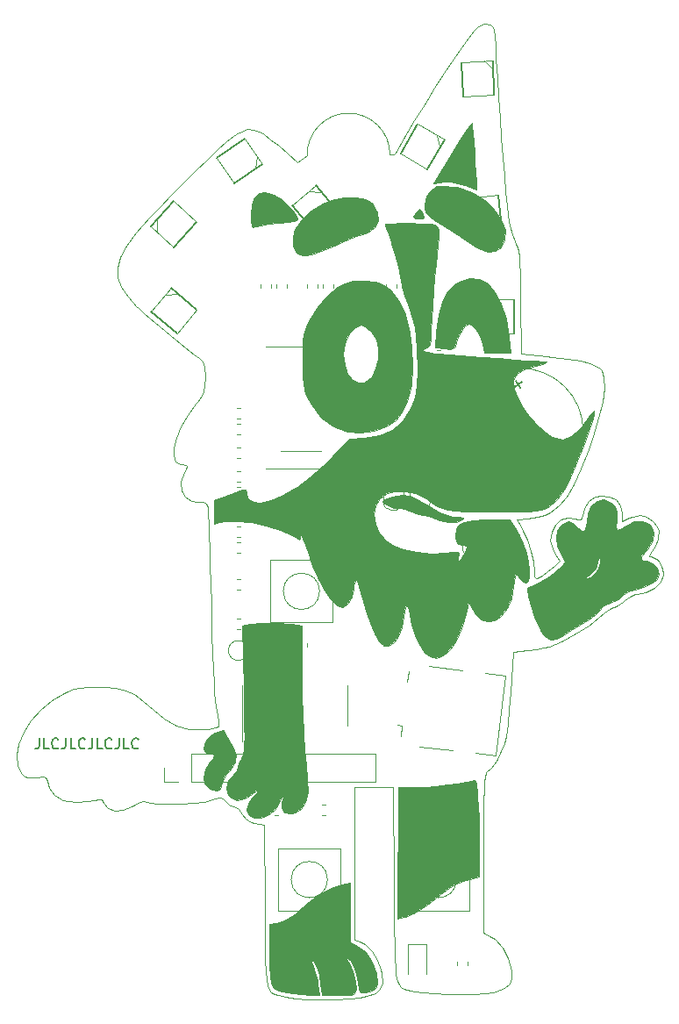
<source format=gbr>
%TF.GenerationSoftware,KiCad,Pcbnew,5.1.6-c6e7f7d~87~ubuntu20.04.1*%
%TF.CreationDate,2020-08-29T22:02:19+08:00*%
%TF.ProjectId,Bluey_Board,426c7565-795f-4426-9f61-72642e6b6963,rev?*%
%TF.SameCoordinates,Original*%
%TF.FileFunction,Legend,Top*%
%TF.FilePolarity,Positive*%
%FSLAX46Y46*%
G04 Gerber Fmt 4.6, Leading zero omitted, Abs format (unit mm)*
G04 Created by KiCad (PCBNEW 5.1.6-c6e7f7d~87~ubuntu20.04.1) date 2020-08-29 22:02:19*
%MOMM*%
%LPD*%
G01*
G04 APERTURE LIST*
%ADD10C,0.200000*%
%TA.AperFunction,Profile*%
%ADD11C,0.010000*%
%TD*%
%ADD12C,0.120000*%
%ADD13C,0.127000*%
%ADD14C,0.100000*%
%ADD15C,0.010000*%
%ADD16C,0.150000*%
G04 APERTURE END LIST*
D10*
X-31670047Y-20915380D02*
X-31670047Y-21629666D01*
X-31717666Y-21772523D01*
X-31812904Y-21867761D01*
X-31955761Y-21915380D01*
X-32051000Y-21915380D01*
X-30717666Y-21915380D02*
X-31193857Y-21915380D01*
X-31193857Y-20915380D01*
X-29812904Y-21820142D02*
X-29860523Y-21867761D01*
X-30003380Y-21915380D01*
X-30098619Y-21915380D01*
X-30241476Y-21867761D01*
X-30336714Y-21772523D01*
X-30384333Y-21677285D01*
X-30431952Y-21486809D01*
X-30431952Y-21343952D01*
X-30384333Y-21153476D01*
X-30336714Y-21058238D01*
X-30241476Y-20963000D01*
X-30098619Y-20915380D01*
X-30003380Y-20915380D01*
X-29860523Y-20963000D01*
X-29812904Y-21010619D01*
X-29098619Y-20915380D02*
X-29098619Y-21629666D01*
X-29146238Y-21772523D01*
X-29241476Y-21867761D01*
X-29384333Y-21915380D01*
X-29479571Y-21915380D01*
X-28146238Y-21915380D02*
X-28622428Y-21915380D01*
X-28622428Y-20915380D01*
X-27241476Y-21820142D02*
X-27289095Y-21867761D01*
X-27431952Y-21915380D01*
X-27527190Y-21915380D01*
X-27670047Y-21867761D01*
X-27765285Y-21772523D01*
X-27812904Y-21677285D01*
X-27860523Y-21486809D01*
X-27860523Y-21343952D01*
X-27812904Y-21153476D01*
X-27765285Y-21058238D01*
X-27670047Y-20963000D01*
X-27527190Y-20915380D01*
X-27431952Y-20915380D01*
X-27289095Y-20963000D01*
X-27241476Y-21010619D01*
X-26527190Y-20915380D02*
X-26527190Y-21629666D01*
X-26574809Y-21772523D01*
X-26670047Y-21867761D01*
X-26812904Y-21915380D01*
X-26908142Y-21915380D01*
X-25574809Y-21915380D02*
X-26051000Y-21915380D01*
X-26051000Y-20915380D01*
X-24670047Y-21820142D02*
X-24717666Y-21867761D01*
X-24860523Y-21915380D01*
X-24955761Y-21915380D01*
X-25098619Y-21867761D01*
X-25193857Y-21772523D01*
X-25241476Y-21677285D01*
X-25289095Y-21486809D01*
X-25289095Y-21343952D01*
X-25241476Y-21153476D01*
X-25193857Y-21058238D01*
X-25098619Y-20963000D01*
X-24955761Y-20915380D01*
X-24860523Y-20915380D01*
X-24717666Y-20963000D01*
X-24670047Y-21010619D01*
X-23955761Y-20915380D02*
X-23955761Y-21629666D01*
X-24003380Y-21772523D01*
X-24098619Y-21867761D01*
X-24241476Y-21915380D01*
X-24336714Y-21915380D01*
X-23003380Y-21915380D02*
X-23479571Y-21915380D01*
X-23479571Y-20915380D01*
X-22098619Y-21820142D02*
X-22146238Y-21867761D01*
X-22289095Y-21915380D01*
X-22384333Y-21915380D01*
X-22527190Y-21867761D01*
X-22622428Y-21772523D01*
X-22670047Y-21677285D01*
X-22717666Y-21486809D01*
X-22717666Y-21343952D01*
X-22670047Y-21153476D01*
X-22622428Y-21058238D01*
X-22527190Y-20963000D01*
X-22384333Y-20915380D01*
X-22289095Y-20915380D01*
X-22146238Y-20963000D01*
X-22098619Y-21010619D01*
D11*
X2550000Y35400000D02*
X2200000Y35400000D01*
X2730069Y35629155D02*
X2550000Y35400000D01*
X-5800000Y35300000D02*
X-6733876Y34653732D01*
X-5798806Y35302271D02*
G75*
G02*
X2200000Y35400000I3998806J97729D01*
G01*
X-33874220Y-22530080D02*
X-33777700Y-23500760D01*
X-33777700Y-23500760D02*
X-33408065Y-24232594D01*
X-33408065Y-24232594D02*
X-33086504Y-24582740D01*
X-33086504Y-24582740D02*
X-32748465Y-24730279D01*
X-32748465Y-24730279D02*
X-32227862Y-24726982D01*
X-32227862Y-24726982D02*
X-31926398Y-24694445D01*
X-31926398Y-24694445D02*
X-31314548Y-24637269D01*
X-31314548Y-24637269D02*
X-31012695Y-24682125D01*
X-31012695Y-24682125D02*
X-30912190Y-24868251D01*
X-30912190Y-24868251D02*
X-30903333Y-25063927D01*
X-30903333Y-25063927D02*
X-30716476Y-25716641D01*
X-30716476Y-25716641D02*
X-30226592Y-26348279D01*
X-30226592Y-26348279D02*
X-29539717Y-26828766D01*
X-29539717Y-26828766D02*
X-29421476Y-26881746D01*
X-29421476Y-26881746D02*
X-28813332Y-27011951D01*
X-28813332Y-27011951D02*
X-27968629Y-27048752D01*
X-27968629Y-27048752D02*
X-27062428Y-26997641D01*
X-27062428Y-26997641D02*
X-26269788Y-26864110D01*
X-26269788Y-26864110D02*
X-25985025Y-26773944D01*
X-25985025Y-26773944D02*
X-25660739Y-26776332D01*
X-25660739Y-26776332D02*
X-25422880Y-27139638D01*
X-25422880Y-27139638D02*
X-25410429Y-27171738D01*
X-25410429Y-27171738D02*
X-25020583Y-27670476D01*
X-25020583Y-27670476D02*
X-24391898Y-27897106D01*
X-24391898Y-27897106D02*
X-23613115Y-27847664D01*
X-23613115Y-27847664D02*
X-22772976Y-27518187D01*
X-22772976Y-27518187D02*
X-22436066Y-27304572D01*
X-22436066Y-27304572D02*
X-22011247Y-27065356D01*
X-22011247Y-27065356D02*
X-21567908Y-27015819D01*
X-21567908Y-27015819D02*
X-20941489Y-27126300D01*
X-20941489Y-27126300D02*
X-20161903Y-27229407D01*
X-20161903Y-27229407D02*
X-19118542Y-27263996D01*
X-19118542Y-27263996D02*
X-17945364Y-27236722D01*
X-17945364Y-27236722D02*
X-16776324Y-27154239D01*
X-16776324Y-27154239D02*
X-15745380Y-27023200D01*
X-15745380Y-27023200D02*
X-14986488Y-26850260D01*
X-14986488Y-26850260D02*
X-14920674Y-26827233D01*
X-14920674Y-26827233D02*
X-14376728Y-26645366D01*
X-14376728Y-26645366D02*
X-14064502Y-26644603D01*
X-14064502Y-26644603D02*
X-13822322Y-26849674D01*
X-13822322Y-26849674D02*
X-13693709Y-27014915D01*
X-13693709Y-27014915D02*
X-13267402Y-27383557D01*
X-13267402Y-27383557D02*
X-12848869Y-27521247D01*
X-12848869Y-27521247D02*
X-12391128Y-27718048D01*
X-12391128Y-27718048D02*
X-12065000Y-28209164D01*
X-12065000Y-28209164D02*
X-11742147Y-28700885D01*
X-11742147Y-28700885D02*
X-11255097Y-28981598D01*
X-11255097Y-28981598D02*
X-10855251Y-29090372D01*
X-10855251Y-29090372D02*
X-9963002Y-29288245D01*
X-9963002Y-29288245D02*
X-9902751Y-37073449D01*
X-9902751Y-37073449D02*
X-9887826Y-39172445D01*
X-9887826Y-39172445D02*
X-9872532Y-40888655D01*
X-9872532Y-40888655D02*
X-9847601Y-42262532D01*
X-9847601Y-42262532D02*
X-9803768Y-43334528D01*
X-9803768Y-43334528D02*
X-9731765Y-44145098D01*
X-9731765Y-44145098D02*
X-9622323Y-44734694D01*
X-9622323Y-44734694D02*
X-9466178Y-45143770D01*
X-9466178Y-45143770D02*
X-9254060Y-45412778D01*
X-9254060Y-45412778D02*
X-8976703Y-45582172D01*
X-8976703Y-45582172D02*
X-8624840Y-45692406D01*
X-8624840Y-45692406D02*
X-8189203Y-45783932D01*
X-8189203Y-45783932D02*
X-7893416Y-45844618D01*
X-7893416Y-45844618D02*
X-6940102Y-45988821D01*
X-6940102Y-45988821D02*
X-5738146Y-46081948D01*
X-5738146Y-46081948D02*
X-4401023Y-46124430D01*
X-4401023Y-46124430D02*
X-3042211Y-46116698D01*
X-3042211Y-46116698D02*
X-1775188Y-46059180D01*
X-1775188Y-46059180D02*
X-713429Y-45952309D01*
X-713429Y-45952309D02*
X-28849Y-45814791D01*
X-28849Y-45814791D02*
X784366Y-45495917D01*
X784366Y-45495917D02*
X1257495Y-45076644D01*
X1257495Y-45076644D02*
X1433281Y-44474314D01*
X1433281Y-44474314D02*
X1354470Y-43606271D01*
X1354470Y-43606271D02*
X1285618Y-43272946D01*
X1285618Y-43272946D02*
X943028Y-42286869D01*
X943028Y-42286869D02*
X420345Y-41425083D01*
X420345Y-41425083D02*
X-205270Y-40791610D01*
X-205270Y-40791610D02*
X-764417Y-40509334D01*
X-764417Y-40509334D02*
X-1270000Y-40382440D01*
X-1270000Y-40382440D02*
X-1270000Y-25611667D01*
X-1270000Y-25611667D02*
X2527326Y-25611667D01*
X2527326Y-25611667D02*
X2586580Y-35048022D01*
X2586580Y-35048022D02*
X2598878Y-37346615D01*
X2598878Y-37346615D02*
X2609215Y-39258870D01*
X2609215Y-39258870D02*
X2624926Y-40821681D01*
X2624926Y-40821681D02*
X2653348Y-42071941D01*
X2653348Y-42071941D02*
X2701816Y-43046545D01*
X2701816Y-43046545D02*
X2777664Y-43782384D01*
X2777664Y-43782384D02*
X2888229Y-44316354D01*
X2888229Y-44316354D02*
X3040846Y-44685348D01*
X3040846Y-44685348D02*
X3242851Y-44926258D01*
X3242851Y-44926258D02*
X3501578Y-45075979D01*
X3501578Y-45075979D02*
X3824365Y-45171405D01*
X3824365Y-45171405D02*
X4218545Y-45249428D01*
X4218545Y-45249428D02*
X4631586Y-45333277D01*
X4631586Y-45333277D02*
X5420422Y-45452940D01*
X5420422Y-45452940D02*
X6484060Y-45535778D01*
X6484060Y-45535778D02*
X7714907Y-45581762D01*
X7714907Y-45581762D02*
X9005370Y-45590861D01*
X9005370Y-45590861D02*
X10247857Y-45563045D01*
X10247857Y-45563045D02*
X11334775Y-45498284D01*
X11334775Y-45498284D02*
X12158533Y-45396549D01*
X12158533Y-45396549D02*
X12425891Y-45335452D01*
X12425891Y-45335452D02*
X13260476Y-45020350D01*
X13260476Y-45020350D02*
X13737706Y-44624037D01*
X13737706Y-44624037D02*
X13923480Y-44057064D01*
X13923480Y-44057064D02*
X13897290Y-43338199D01*
X13897290Y-43338199D02*
X13603411Y-42129927D01*
X13603411Y-42129927D02*
X13059462Y-41087485D01*
X13059462Y-41087485D02*
X12325330Y-40313248D01*
X12325330Y-40313248D02*
X12009284Y-40110833D01*
X12009284Y-40110833D02*
X11219477Y-39687500D01*
X11219477Y-39687500D02*
X11218905Y-32025101D01*
X11218905Y-32025101D02*
X11221677Y-29936810D01*
X11221677Y-29936810D02*
X11231168Y-28236337D01*
X11231168Y-28236337D02*
X11248626Y-26888204D01*
X11248626Y-26888204D02*
X11275301Y-25856932D01*
X11275301Y-25856932D02*
X11312442Y-25107041D01*
X11312442Y-25107041D02*
X11361297Y-24603053D01*
X11361297Y-24603053D02*
X11423115Y-24309488D01*
X11423115Y-24309488D02*
X11494587Y-24193434D01*
X11494587Y-24193434D02*
X11957002Y-23757201D01*
X11957002Y-23757201D02*
X12458964Y-23044109D01*
X12458964Y-23044109D02*
X12919957Y-22183250D01*
X12919957Y-22183250D02*
X13222076Y-21423705D01*
X13222076Y-21423705D02*
X13394354Y-20681763D01*
X13394354Y-20681763D02*
X13557755Y-19562493D01*
X13557755Y-19562493D02*
X13706651Y-18111889D01*
X13706651Y-18111889D02*
X13830767Y-16449539D01*
X13830767Y-16449539D02*
X14075833Y-12594167D01*
X14075833Y-12594167D02*
X15415015Y-12446464D01*
X15415015Y-12446464D02*
X16274355Y-12325053D01*
X16274355Y-12325053D02*
X17089281Y-12166447D01*
X17089281Y-12166447D02*
X17531682Y-12050357D01*
X17531682Y-12050357D02*
X18765201Y-11551487D01*
X18765201Y-11551487D02*
X20107928Y-10838178D01*
X20107928Y-10838178D02*
X21386156Y-10010905D01*
X21386156Y-10010905D02*
X22280563Y-9303549D01*
X22280563Y-9303549D02*
X22895567Y-8792804D01*
X22895567Y-8792804D02*
X23424869Y-8419666D01*
X23424869Y-8419666D02*
X23763940Y-8256934D01*
X23763940Y-8256934D02*
X23786139Y-8255000D01*
X23786139Y-8255000D02*
X24136734Y-8123024D01*
X24136734Y-8123024D02*
X24631787Y-7790805D01*
X24631787Y-7790805D02*
X24838494Y-7620000D01*
X24838494Y-7620000D02*
X25373865Y-7230617D01*
X25373865Y-7230617D02*
X25860037Y-7006439D01*
X25860037Y-7006439D02*
X25996247Y-6985000D01*
X25996247Y-6985000D02*
X26897951Y-6829782D01*
X26897951Y-6829782D02*
X27690803Y-6415409D01*
X27690803Y-6415409D02*
X28277937Y-5818799D01*
X28277937Y-5818799D02*
X28562488Y-5116870D01*
X28562488Y-5116870D02*
X28575000Y-4937270D01*
X28575000Y-4937270D02*
X28427935Y-4266920D01*
X28427935Y-4266920D02*
X28054115Y-3714443D01*
X28054115Y-3714443D02*
X27554602Y-3410314D01*
X27554602Y-3410314D02*
X27373937Y-3386667D01*
X27373937Y-3386667D02*
X27177349Y-3339479D01*
X27177349Y-3339479D02*
X27261718Y-3144443D01*
X27261718Y-3144443D02*
X27497121Y-2878305D01*
X27497121Y-2878305D02*
X27841252Y-2327888D01*
X27841252Y-2327888D02*
X28070114Y-1631417D01*
X28070114Y-1631417D02*
X28089684Y-1512689D01*
X28089684Y-1512689D02*
X28122299Y-911978D01*
X28122299Y-911978D02*
X27967126Y-478833D01*
X27967126Y-478833D02*
X27559448Y-10217D01*
X27559448Y-10217D02*
X26961474Y462203D01*
X26961474Y462203D02*
X26359679Y611330D01*
X26359679Y611330D02*
X25620095Y457125D01*
X25620095Y457125D02*
X25287368Y328301D01*
X25287368Y328301D02*
X24553333Y21601D01*
X24553333Y21601D02*
X24553333Y761255D01*
X24553333Y761255D02*
X24391062Y1555069D01*
X24391062Y1555069D02*
X23963414Y2114610D01*
X23963414Y2114610D02*
X23359139Y2437567D01*
X23359139Y2437567D02*
X22666986Y2521629D01*
X22666986Y2521629D02*
X21975705Y2364485D01*
X21975705Y2364485D02*
X21374045Y1963823D01*
X21374045Y1963823D02*
X20950755Y1317332D01*
X20950755Y1317332D02*
X20826478Y858314D01*
X20826478Y858314D02*
X20722565Y345085D01*
X20722565Y345085D02*
X20566530Y162998D01*
X20566530Y162998D02*
X20252109Y223339D01*
X20252109Y223339D02*
X20122922Y270952D01*
X20122922Y270952D02*
X19335021Y386155D01*
X19335021Y386155D02*
X18652602Y159576D01*
X18652602Y159576D02*
X18119597Y-331731D01*
X18119597Y-331731D02*
X17779941Y-1010714D01*
X17779941Y-1010714D02*
X17677568Y-1800318D01*
X17677568Y-1800318D02*
X17856411Y-2623491D01*
X17856411Y-2623491D02*
X18163238Y-3166037D01*
X18163238Y-3166037D02*
X18599808Y-3756530D01*
X18599808Y-3756530D02*
X18031154Y-4279970D01*
X18031154Y-4279970D02*
X17428274Y-4790396D01*
X17428274Y-4790396D02*
X16845135Y-5211405D01*
X16845135Y-5211405D02*
X16396193Y-5464330D01*
X16396193Y-5464330D02*
X16251236Y-5503333D01*
X16251236Y-5503333D02*
X16147024Y-5315772D01*
X16147024Y-5315772D02*
X16090197Y-4848675D01*
X16090197Y-4848675D02*
X16086667Y-4678962D01*
X16086667Y-4678962D02*
X15995561Y-3863565D01*
X15995561Y-3863565D02*
X15755940Y-2843154D01*
X15755940Y-2843154D02*
X15418342Y-1786332D01*
X15418342Y-1786332D02*
X15033310Y-861697D01*
X15033310Y-861697D02*
X14830269Y-487708D01*
X14830269Y-487708D02*
X14413492Y188751D01*
X14413492Y188751D02*
X15408829Y319660D01*
X15408829Y319660D02*
X16417828Y467793D01*
X16417828Y467793D02*
X17123896Y628648D01*
X17123896Y628648D02*
X17645944Y850431D01*
X17645944Y850431D02*
X18102885Y1181348D01*
X18102885Y1181348D02*
X18529035Y1584562D01*
X18529035Y1584562D02*
X19232925Y2438892D01*
X19232925Y2438892D02*
X19928319Y3596631D01*
X19928319Y3596631D02*
X20631218Y5090317D01*
X20631218Y5090317D02*
X21357629Y6952491D01*
X21357629Y6952491D02*
X21809677Y8255000D01*
X21809677Y8255000D02*
X22337681Y10007916D01*
X22337681Y10007916D02*
X22687051Y11556372D01*
X22687051Y11556372D02*
X22853749Y12861538D01*
X22853749Y12861538D02*
X22833735Y13884588D01*
X22833735Y13884588D02*
X22622969Y14586692D01*
X22622969Y14586692D02*
X22487078Y14766255D01*
X22487078Y14766255D02*
X22089541Y15044082D01*
X22089541Y15044082D02*
X21466956Y15283341D01*
X21466956Y15283341D02*
X20572543Y15494526D01*
X20572543Y15494526D02*
X19359520Y15688127D01*
X19359520Y15688127D02*
X17781107Y15874638D01*
X17781107Y15874638D02*
X17347028Y15919080D01*
X17347028Y15919080D02*
X14843648Y16169376D01*
X14843648Y16169376D02*
X14777240Y21155105D01*
X14777240Y21155105D02*
X14753717Y22749775D01*
X14753717Y22749775D02*
X14727388Y23981110D01*
X14727388Y23981110D02*
X14692831Y24909101D01*
X14692831Y24909101D02*
X14644626Y25593738D01*
X14644626Y25593738D02*
X14577353Y26095011D01*
X14577353Y26095011D02*
X14485593Y26472912D01*
X14485593Y26472912D02*
X14363924Y26787430D01*
X14363924Y26787430D02*
X14247060Y27022998D01*
X14247060Y27022998D02*
X13988859Y27678947D01*
X13988859Y27678947D02*
X13748017Y28570437D01*
X13748017Y28570437D02*
X13574439Y29510931D01*
X13574439Y29510931D02*
X13567493Y29562998D01*
X13567493Y29562998D02*
X13460956Y30501736D01*
X13460956Y30501736D02*
X13337486Y31790898D01*
X13337486Y31790898D02*
X13202549Y33358168D01*
X13202549Y33358168D02*
X13061616Y35131228D01*
X13061616Y35131228D02*
X12920154Y37037764D01*
X12920154Y37037764D02*
X12783631Y39005458D01*
X12783631Y39005458D02*
X12657518Y40961994D01*
X12657518Y40961994D02*
X12547281Y42835056D01*
X12547281Y42835056D02*
X12505780Y43603333D01*
X12505780Y43603333D02*
X12434307Y44835097D01*
X12434307Y44835097D02*
X12357227Y45937042D01*
X12357227Y45937042D02*
X12280962Y46832212D01*
X12280962Y46832212D02*
X12211932Y47443652D01*
X12211932Y47443652D02*
X12165800Y47677917D01*
X12165800Y47677917D02*
X11849451Y47980581D01*
X11849451Y47980581D02*
X11328308Y48017922D01*
X11328308Y48017922D02*
X10730827Y47785678D01*
X10730827Y47785678D02*
X10644060Y47728377D01*
X10644060Y47728377D02*
X10299057Y47381704D01*
X10299057Y47381704D02*
X9773320Y46715932D01*
X9773320Y46715932D02*
X9097425Y45778785D01*
X9097425Y45778785D02*
X8301948Y44617989D01*
X8301948Y44617989D02*
X7417463Y43281267D01*
X7417463Y43281267D02*
X6474547Y41816346D01*
X6474547Y41816346D02*
X5503774Y40270949D01*
X5503774Y40270949D02*
X4535719Y38692802D01*
X4535719Y38692802D02*
X3600959Y37129629D01*
X3600959Y37129629D02*
X2730069Y35629155D01*
X-6733876Y34653732D02*
X-7661352Y35470129D01*
X-7661352Y35470129D02*
X-8559267Y36233669D01*
X-8559267Y36233669D02*
X-9352096Y36878595D01*
X-9352096Y36878595D02*
X-9964316Y37339150D01*
X-9964316Y37339150D02*
X-10230655Y37509045D01*
X-10230655Y37509045D02*
X-10948302Y37811448D01*
X-10948302Y37811448D02*
X-11585926Y37834423D01*
X-11585926Y37834423D02*
X-12332082Y37579551D01*
X-12332082Y37579551D02*
X-12443701Y37527605D01*
X-12443701Y37527605D02*
X-12884924Y37235617D01*
X-12884924Y37235617D02*
X-13567305Y36679252D01*
X-13567305Y36679252D02*
X-14443477Y35903916D01*
X-14443477Y35903916D02*
X-15466076Y34955014D01*
X-15466076Y34955014D02*
X-16587735Y33877953D01*
X-16587735Y33877953D02*
X-17761089Y32718139D01*
X-17761089Y32718139D02*
X-18938773Y31520977D01*
X-18938773Y31520977D02*
X-20073420Y30331875D01*
X-20073420Y30331875D02*
X-21009865Y29315833D01*
X-21009865Y29315833D02*
X-22276247Y27848251D01*
X-22276247Y27848251D02*
X-23210794Y26588158D01*
X-23210794Y26588158D02*
X-23819670Y25488156D01*
X-23819670Y25488156D02*
X-24109036Y24500845D01*
X-24109036Y24500845D02*
X-24085057Y23578826D01*
X-24085057Y23578826D02*
X-23753895Y22674699D01*
X-23753895Y22674699D02*
X-23121713Y21741066D01*
X-23121713Y21741066D02*
X-22194675Y20730527D01*
X-22194675Y20730527D02*
X-22133976Y20670514D01*
X-22133976Y20670514D02*
X-21445626Y20025396D01*
X-21445626Y20025396D02*
X-20556230Y19238532D01*
X-20556230Y19238532D02*
X-19553790Y18382993D01*
X-19553790Y18382993D02*
X-18526308Y17531850D01*
X-18526308Y17531850D02*
X-17561787Y16758174D01*
X-17561787Y16758174D02*
X-16748229Y16135034D01*
X-16748229Y16135034D02*
X-16245417Y15781085D01*
X-16245417Y15781085D02*
X-15936693Y15547686D01*
X-15936693Y15547686D02*
X-15761992Y15272332D01*
X-15761992Y15272332D02*
X-15683555Y14835554D01*
X-15683555Y14835554D02*
X-15663623Y14117887D01*
X-15663623Y14117887D02*
X-15663333Y13939430D01*
X-15663333Y13939430D02*
X-15679983Y13137407D01*
X-15679983Y13137407D02*
X-15768611Y12586748D01*
X-15768611Y12586748D02*
X-15987243Y12115715D01*
X-15987243Y12115715D02*
X-16393899Y11552568D01*
X-16393899Y11552568D02*
X-16526900Y11383386D01*
X-16526900Y11383386D02*
X-17328207Y10254633D01*
X-17328207Y10254633D02*
X-17958279Y9136898D01*
X-17958279Y9136898D02*
X-18405079Y8082074D01*
X-18405079Y8082074D02*
X-18656567Y7142050D01*
X-18656567Y7142050D02*
X-18700706Y6368718D01*
X-18700706Y6368718D02*
X-18525455Y5813968D01*
X-18525455Y5813968D02*
X-18118777Y5529691D01*
X-18118777Y5529691D02*
X-17891072Y5503333D01*
X-17891072Y5503333D02*
X-17505293Y5487880D01*
X-17505293Y5487880D02*
X-17389883Y5369725D01*
X-17389883Y5369725D02*
X-17514306Y5041180D01*
X-17514306Y5041180D02*
X-17672863Y4733778D01*
X-17672863Y4733778D02*
X-17981210Y3820963D01*
X-17981210Y3820963D02*
X-17941950Y3016542D01*
X-17941950Y3016542D02*
X-17587021Y2386870D01*
X-17587021Y2386870D02*
X-16948361Y1998302D01*
X-16948361Y1998302D02*
X-16311303Y1905000D01*
X-16311303Y1905000D02*
X-15787024Y1882637D01*
X-15787024Y1882637D02*
X-15529370Y1737193D01*
X-15529370Y1737193D02*
X-15415493Y1351136D01*
X-15415493Y1351136D02*
X-15371029Y1005417D01*
X-15371029Y1005417D02*
X-15342575Y599198D01*
X-15342575Y599198D02*
X-15306467Y-179295D01*
X-15306467Y-179295D02*
X-15264400Y-1279106D01*
X-15264400Y-1279106D02*
X-15218071Y-2649279D01*
X-15218071Y-2649279D02*
X-15169175Y-4238860D01*
X-15169175Y-4238860D02*
X-15119409Y-5996891D01*
X-15119409Y-5996891D02*
X-15070467Y-7872417D01*
X-15070467Y-7872417D02*
X-15055802Y-8466667D01*
X-15055802Y-8466667D02*
X-14996482Y-10765394D01*
X-14996482Y-10765394D02*
X-14938956Y-12679881D01*
X-14938956Y-12679881D02*
X-14881045Y-14249203D01*
X-14881045Y-14249203D02*
X-14820569Y-15512433D01*
X-14820569Y-15512433D02*
X-14755348Y-16508647D01*
X-14755348Y-16508647D02*
X-14683203Y-17276918D01*
X-14683203Y-17276918D02*
X-14601955Y-17856322D01*
X-14601955Y-17856322D02*
X-14509425Y-18285932D01*
X-14509425Y-18285932D02*
X-14507796Y-18291969D01*
X-14507796Y-18291969D02*
X-14320558Y-19149380D01*
X-14320558Y-19149380D02*
X-14322809Y-19648561D01*
X-14322809Y-19648561D02*
X-14383569Y-19759902D01*
X-14383569Y-19759902D02*
X-14699031Y-19890421D01*
X-14699031Y-19890421D02*
X-15292971Y-20005843D01*
X-15292971Y-20005843D02*
X-15851009Y-20065615D01*
X-15851009Y-20065615D02*
X-17225300Y-20030494D01*
X-17225300Y-20030494D02*
X-18461220Y-19687970D01*
X-18461220Y-19687970D02*
X-19650560Y-19002180D01*
X-19650560Y-19002180D02*
X-20600772Y-18209805D01*
X-20600772Y-18209805D02*
X-21625558Y-17303633D01*
X-21625558Y-17303633D02*
X-22499875Y-16677050D01*
X-22499875Y-16677050D02*
X-23340400Y-16281247D01*
X-23340400Y-16281247D02*
X-24263810Y-16067416D01*
X-24263810Y-16067416D02*
X-25386780Y-15986749D01*
X-25386780Y-15986749D02*
X-25929167Y-15980833D01*
X-25929167Y-15980833D02*
X-26970489Y-15995039D01*
X-26970489Y-15995039D02*
X-27724506Y-16053063D01*
X-27724506Y-16053063D02*
X-28326743Y-16178011D01*
X-28326743Y-16178011D02*
X-28912721Y-16392992D01*
X-28912721Y-16392992D02*
X-29256157Y-16548112D01*
X-29256157Y-16548112D02*
X-30483918Y-17266606D01*
X-30483918Y-17266606D02*
X-31571280Y-18175779D01*
X-31571280Y-18175779D02*
X-32486117Y-19216173D01*
X-32486117Y-19216173D02*
X-33196303Y-20328327D01*
X-33196303Y-20328327D02*
X-33669712Y-21452782D01*
X-33669712Y-21452782D02*
X-33874220Y-22530080D01*
D12*
%TO.C,C3*%
X8845733Y-27303000D02*
X9188267Y-27303000D01*
X8845733Y-28323000D02*
X9188267Y-28323000D01*
%TO.C,LED7*%
X-16446672Y28885736D02*
X-18640733Y30931731D01*
X-20891328Y28518264D02*
X-18697267Y26472269D01*
X-20300132Y29094326D02*
X-20259389Y27927604D01*
D13*
X-20891328Y28518264D02*
X-18640733Y30931731D01*
X-16446672Y28885736D02*
X-18697267Y26472269D01*
D12*
%TO.C,BZ1*%
X20852590Y8698222D02*
G75*
G03*
X20852590Y8698222I-6100000J0D01*
G01*
%TO.C,CN1*%
X321000Y-4512000D02*
X321000Y-7172000D01*
X10541000Y-4512000D02*
X321000Y-4512000D01*
X10541000Y-7172000D02*
X321000Y-7172000D01*
X10541000Y-4512000D02*
X10541000Y-7172000D01*
X11811000Y-4512000D02*
X13141000Y-4512000D01*
X13141000Y-4512000D02*
X13141000Y-5842000D01*
%TO.C,RL8*%
X-10289000Y22561733D02*
X-10289000Y22904267D01*
X-9269000Y22561733D02*
X-9269000Y22904267D01*
%TO.C,RL7*%
X-8765000Y22561733D02*
X-8765000Y22904267D01*
X-7745000Y22561733D02*
X-7745000Y22904267D01*
%TO.C,RL6*%
X-5844000Y22561733D02*
X-5844000Y22904267D01*
X-4824000Y22561733D02*
X-4824000Y22904267D01*
%TO.C,RL5*%
X-4320000Y22561733D02*
X-4320000Y22904267D01*
X-3300000Y22561733D02*
X-3300000Y22904267D01*
%TO.C,RL4*%
X252000Y22561733D02*
X252000Y22904267D01*
X1272000Y22561733D02*
X1272000Y22904267D01*
%TO.C,RL3*%
X1776000Y22561733D02*
X1776000Y22904267D01*
X2796000Y22561733D02*
X2796000Y22904267D01*
%TO.C,RL2*%
X3300000Y22561733D02*
X3300000Y22904267D01*
X4320000Y22561733D02*
X4320000Y22904267D01*
%TO.C,RL1*%
X4824000Y22561733D02*
X4824000Y22904267D01*
X5844000Y22561733D02*
X5844000Y22904267D01*
%TO.C,LED8*%
X-18369208Y18110334D02*
X-16440845Y20408467D01*
X-18968792Y22529666D02*
X-20897155Y20231533D01*
X-18362578Y21969429D02*
X-19525569Y21867681D01*
D13*
X-18968792Y22529666D02*
X-16440845Y20408467D01*
X-18369208Y18110334D02*
X-20897155Y20231533D01*
D12*
%TO.C,LED6*%
X-14530966Y35080327D02*
X-12810236Y32622871D01*
X-10107034Y34515673D02*
X-11827764Y36973129D01*
X-10805082Y34075116D02*
X-10602359Y35224813D01*
D13*
X-10107034Y34515673D02*
X-12810236Y32622871D01*
X-14530966Y35080327D02*
X-11827764Y36973129D01*
D12*
%TO.C,LED5*%
X-5168467Y27997845D02*
X-2870334Y29926208D01*
X-4991533Y32454155D02*
X-7289666Y30525792D01*
X-4491813Y31797161D02*
X-5654804Y31898910D01*
D13*
X-4991533Y32454155D02*
X-2870334Y29926208D01*
X-5168467Y27997845D02*
X-7289666Y30525792D01*
D12*
%TO.C,LED4*%
X3209962Y35516058D02*
X5808038Y34016058D01*
X7458038Y36873942D02*
X4859962Y38373942D01*
X7011580Y36179654D02*
X6709426Y37307308D01*
D13*
X7458038Y36873942D02*
X5808038Y34016058D01*
X3209962Y35516058D02*
X4859962Y38373942D01*
D12*
%TO.C,LED3*%
X9263728Y41050400D02*
X12260872Y41181259D01*
X12116928Y44478118D02*
X9119784Y44347259D01*
X12113430Y43652679D02*
X11252708Y44441386D01*
D13*
X12116928Y44478118D02*
X12260872Y41181259D01*
X9263728Y41050400D02*
X9119784Y44347259D01*
D12*
%TO.C,LED2*%
X12622311Y31515754D02*
X9638745Y31202168D01*
X9983689Y27920246D02*
X12967255Y28233832D01*
X9936789Y28744358D02*
X10844055Y28009669D01*
D13*
X9983689Y27920246D02*
X9638745Y31202168D01*
X12622311Y31515754D02*
X12967255Y28233832D01*
D12*
%TO.C,LED1*%
X14200000Y21462000D02*
X11200000Y21462000D01*
X11200000Y18162000D02*
X14200000Y18162000D01*
X11239500Y18986500D02*
X12065000Y18161000D01*
D13*
X11200000Y18162000D02*
X11200000Y21462000D01*
X14200000Y21462000D02*
X14200000Y18162000D01*
D12*
%TO.C,CN2*%
X822000Y-25079000D02*
X822000Y-22419000D01*
X-17018000Y-25079000D02*
X822000Y-25079000D01*
X-17018000Y-22419000D02*
X822000Y-22419000D01*
X-17018000Y-25079000D02*
X-17018000Y-22419000D01*
X-18288000Y-25079000D02*
X-19618000Y-25079000D01*
X-19618000Y-25079000D02*
X-19618000Y-23749000D01*
%TO.C,TP1*%
X11110000Y-2540000D02*
G75*
G03*
X11110000Y-2540000I-950000J0D01*
G01*
%TO.C,LED10*%
X-2392000Y-43672000D02*
X-2392000Y-40787000D01*
X-2392000Y-40787000D02*
X-4212000Y-40787000D01*
X-4212000Y-40787000D02*
X-4212000Y-43672000D01*
%TO.C,RL9*%
X9654000Y-42500733D02*
X9654000Y-42843267D01*
X8634000Y-42500733D02*
X8634000Y-42843267D01*
%TO.C,U3*%
X-1925000Y-17780000D02*
X-1925000Y-15830000D01*
X-1925000Y-17780000D02*
X-1925000Y-19730000D01*
X-12045000Y-17780000D02*
X-12045000Y-15830000D01*
X-12045000Y-17780000D02*
X-12045000Y-21230000D01*
%TO.C,U2*%
X-6350000Y-20000D02*
X-4400000Y-20000D01*
X-6350000Y-20000D02*
X-8300000Y-20000D01*
X-6350000Y5100000D02*
X-4400000Y5100000D01*
X-6350000Y5100000D02*
X-9800000Y5100000D01*
%TO.C,U1*%
X-6372000Y6764000D02*
X-4422000Y6764000D01*
X-6372000Y6764000D02*
X-8322000Y6764000D01*
X-6372000Y16884000D02*
X-4422000Y16884000D01*
X-6372000Y16884000D02*
X-9822000Y16884000D01*
%TO.C,TP3*%
X14285000Y-2540000D02*
G75*
G03*
X14285000Y-2540000I-950000J0D01*
G01*
%TO.C,TP2*%
X-11496000Y-12446000D02*
G75*
G03*
X-11496000Y-12446000I-950000J0D01*
G01*
D14*
%TO.C,SW3*%
X-3837286Y-34544000D02*
G75*
G03*
X-3837286Y-34544000I-1750714J0D01*
G01*
X-8588000Y-31544000D02*
X-8588000Y-37544000D01*
X-2588000Y-31544000D02*
X-8588000Y-31544000D01*
X-2588000Y-37544000D02*
X-2588000Y-31544000D01*
X-8588000Y-37544000D02*
X-2588000Y-37544000D01*
%TO.C,SW2*%
X-4599286Y-6731000D02*
G75*
G03*
X-4599286Y-6731000I-1750714J0D01*
G01*
X-9350000Y-3731000D02*
X-9350000Y-9731000D01*
X-3350000Y-3731000D02*
X-9350000Y-3731000D01*
X-3350000Y-9731000D02*
X-3350000Y-3731000D01*
X-9350000Y-9731000D02*
X-3350000Y-9731000D01*
%TO.C,SW1*%
X8608714Y-34544000D02*
G75*
G03*
X8608714Y-34544000I-1750714J0D01*
G01*
X9858000Y-37544000D02*
X9858000Y-31544000D01*
X3858000Y-37544000D02*
X9858000Y-37544000D01*
X3858000Y-31544000D02*
X3858000Y-37544000D01*
X9858000Y-31544000D02*
X3858000Y-31544000D01*
D12*
%TO.C,RL10*%
X-7364000Y-42500733D02*
X-7364000Y-42843267D01*
X-8384000Y-42500733D02*
X-8384000Y-42843267D01*
%TO.C,R11*%
X7043267Y16508000D02*
X6700733Y16508000D01*
X7043267Y17528000D02*
X6700733Y17528000D01*
%TO.C,R10*%
X6686733Y16004000D02*
X7029267Y16004000D01*
X6686733Y14984000D02*
X7029267Y14984000D01*
%TO.C,R9*%
X-6860000Y-12109267D02*
X-6860000Y-11766733D01*
X-5840000Y-12109267D02*
X-5840000Y-11766733D01*
%TO.C,R8*%
X-8591733Y-28323000D02*
X-8934267Y-28323000D01*
X-8591733Y-27303000D02*
X-8934267Y-27303000D01*
%TO.C,R7*%
X4400733Y-27303000D02*
X4743267Y-27303000D01*
X4400733Y-28323000D02*
X4743267Y-28323000D01*
%TO.C,R6*%
X-12617267Y1780000D02*
X-12274733Y1780000D01*
X-12617267Y760000D02*
X-12274733Y760000D01*
%TO.C,R5*%
X-12274733Y2284000D02*
X-12617267Y2284000D01*
X-12274733Y3304000D02*
X-12617267Y3304000D01*
%TO.C,R4*%
X-12274733Y3808000D02*
X-12617267Y3808000D01*
X-12274733Y4828000D02*
X-12617267Y4828000D01*
%TO.C,R3*%
X-12274733Y-3050000D02*
X-12617267Y-3050000D01*
X-12274733Y-2030000D02*
X-12617267Y-2030000D01*
%TO.C,R2*%
X-12274733Y-1526000D02*
X-12617267Y-1526000D01*
X-12274733Y-506000D02*
X-12617267Y-506000D01*
%TO.C,R1*%
X-12274733Y6094000D02*
X-12617267Y6094000D01*
X-12274733Y7114000D02*
X-12617267Y7114000D01*
%TO.C,Q1*%
X5278000Y11686000D02*
X6208000Y11686000D01*
X8438000Y11686000D02*
X7508000Y11686000D01*
X8438000Y11686000D02*
X8438000Y13846000D01*
X5278000Y11686000D02*
X5278000Y13146000D01*
%TO.C,LED9*%
X5736000Y-43672000D02*
X5736000Y-40787000D01*
X5736000Y-40787000D02*
X3916000Y-40787000D01*
X3916000Y-40787000D02*
X3916000Y-43672000D01*
%TO.C,JP6*%
X2840000Y1140000D02*
X2240000Y1140000D01*
X3540000Y3240000D02*
X3540000Y1840000D01*
X2240000Y3940000D02*
X2840000Y3940000D01*
X1540000Y1840000D02*
X1540000Y3240000D01*
X2240000Y1140000D02*
G75*
G02*
X1540000Y1840000I0J700000D01*
G01*
X3540000Y1840000D02*
G75*
G02*
X2840000Y1140000I-700000J0D01*
G01*
X2840000Y3940000D02*
G75*
G02*
X3540000Y3240000I0J-700000D01*
G01*
X1540000Y3240000D02*
G75*
G02*
X2240000Y3940000I700000J0D01*
G01*
%TO.C,JP5*%
X5380000Y1140000D02*
X4780000Y1140000D01*
X6080000Y3240000D02*
X6080000Y1840000D01*
X4780000Y3940000D02*
X5380000Y3940000D01*
X4080000Y1840000D02*
X4080000Y3240000D01*
X4780000Y1140000D02*
G75*
G02*
X4080000Y1840000I0J700000D01*
G01*
X6080000Y1840000D02*
G75*
G02*
X5380000Y1140000I-700000J0D01*
G01*
X5380000Y3940000D02*
G75*
G02*
X6080000Y3240000I0J-700000D01*
G01*
X4080000Y3240000D02*
G75*
G02*
X4780000Y3940000I700000J0D01*
G01*
%TO.C,JP4*%
X300000Y1140000D02*
X-300000Y1140000D01*
X1000000Y3240000D02*
X1000000Y1840000D01*
X-300000Y3940000D02*
X300000Y3940000D01*
X-1000000Y1840000D02*
X-1000000Y3240000D01*
X-300000Y1140000D02*
G75*
G02*
X-1000000Y1840000I0J700000D01*
G01*
X1000000Y1840000D02*
G75*
G02*
X300000Y1140000I-700000J0D01*
G01*
X300000Y3940000D02*
G75*
G02*
X1000000Y3240000I0J-700000D01*
G01*
X-1000000Y3240000D02*
G75*
G02*
X-300000Y3940000I700000J0D01*
G01*
%TO.C,JP3*%
X2840000Y5204000D02*
X2240000Y5204000D01*
X3540000Y7304000D02*
X3540000Y5904000D01*
X2240000Y8004000D02*
X2840000Y8004000D01*
X1540000Y5904000D02*
X1540000Y7304000D01*
X2240000Y5204000D02*
G75*
G02*
X1540000Y5904000I0J700000D01*
G01*
X3540000Y5904000D02*
G75*
G02*
X2840000Y5204000I-700000J0D01*
G01*
X2840000Y8004000D02*
G75*
G02*
X3540000Y7304000I0J-700000D01*
G01*
X1540000Y7304000D02*
G75*
G02*
X2240000Y8004000I700000J0D01*
G01*
%TO.C,JP2*%
X300000Y5204000D02*
X-300000Y5204000D01*
X1000000Y7304000D02*
X1000000Y5904000D01*
X-300000Y8004000D02*
X300000Y8004000D01*
X-1000000Y5904000D02*
X-1000000Y7304000D01*
X-300000Y5204000D02*
G75*
G02*
X-1000000Y5904000I0J700000D01*
G01*
X1000000Y5904000D02*
G75*
G02*
X300000Y5204000I-700000J0D01*
G01*
X300000Y8004000D02*
G75*
G02*
X1000000Y7304000I0J-700000D01*
G01*
X-1000000Y7304000D02*
G75*
G02*
X-300000Y8004000I700000J0D01*
G01*
%TO.C,JP1*%
X5380000Y5204000D02*
X4780000Y5204000D01*
X6080000Y7304000D02*
X6080000Y5904000D01*
X4780000Y8004000D02*
X5380000Y8004000D01*
X4080000Y5904000D02*
X4080000Y7304000D01*
X4780000Y5204000D02*
G75*
G02*
X4080000Y5904000I0J700000D01*
G01*
X6080000Y5904000D02*
G75*
G02*
X5380000Y5204000I-700000J0D01*
G01*
X5380000Y8004000D02*
G75*
G02*
X6080000Y7304000I0J-700000D01*
G01*
X4080000Y7304000D02*
G75*
G02*
X4780000Y8004000I700000J0D01*
G01*
%TO.C,J1*%
X12389439Y-22601103D02*
X10453974Y-22363458D01*
X8250521Y-22092908D02*
X5044597Y-21699270D01*
X3226654Y-20750648D02*
X3358273Y-19678698D01*
X3872562Y-15490153D02*
X4004181Y-14418203D01*
X9203539Y-14331197D02*
X5997615Y-13937559D01*
X13342457Y-14839392D02*
X11406992Y-14601747D01*
X3358273Y-19678698D02*
X2931478Y-19626294D01*
X13342457Y-14839392D02*
X12389439Y-22601103D01*
%TO.C,Cd2*%
X-12617267Y-9396000D02*
X-12274733Y-9396000D01*
X-12617267Y-10416000D02*
X-12274733Y-10416000D01*
%TO.C,Cd1*%
X-12617267Y-5586000D02*
X-12274733Y-5586000D01*
X-12617267Y-6606000D02*
X-12274733Y-6606000D01*
%TO.C,C4*%
X-4019733Y-28323000D02*
X-4362267Y-28323000D01*
X-4019733Y-27303000D02*
X-4362267Y-27303000D01*
%TO.C,C2*%
X-12617267Y10924000D02*
X-12274733Y10924000D01*
X-12617267Y9904000D02*
X-12274733Y9904000D01*
%TO.C,C1*%
X-12617267Y9400000D02*
X-12274733Y9400000D01*
X-12617267Y8380000D02*
X-12274733Y8380000D01*
D15*
%TO.C,SILK_T1*%
G36*
X10136931Y38124142D02*
G01*
X10190475Y37497319D01*
X10254633Y36655064D01*
X10323445Y35686540D01*
X10390952Y34680909D01*
X10451193Y33727334D01*
X10498208Y32914980D01*
X10526037Y32333007D01*
X10528719Y32070580D01*
X10526577Y32064283D01*
X10319608Y32116176D01*
X9839689Y32282472D01*
X9419167Y32439955D01*
X8089232Y32756311D01*
X7379255Y32754916D01*
X6397677Y32663390D01*
X8225922Y35675148D01*
X8831190Y36654490D01*
X9357322Y37472057D01*
X9768001Y38074145D01*
X10026912Y38407053D01*
X10099963Y38446370D01*
X10136931Y38124142D01*
G37*
X10136931Y38124142D02*
X10190475Y37497319D01*
X10254633Y36655064D01*
X10323445Y35686540D01*
X10390952Y34680909D01*
X10451193Y33727334D01*
X10498208Y32914980D01*
X10526037Y32333007D01*
X10528719Y32070580D01*
X10526577Y32064283D01*
X10319608Y32116176D01*
X9839689Y32282472D01*
X9419167Y32439955D01*
X8089232Y32756311D01*
X7379255Y32754916D01*
X6397677Y32663390D01*
X8225922Y35675148D01*
X8831190Y36654490D01*
X9357322Y37472057D01*
X9768001Y38074145D01*
X10026912Y38407053D01*
X10099963Y38446370D01*
X10136931Y38124142D01*
G36*
X5155865Y30085592D02*
G01*
X5274865Y29876394D01*
X5472246Y29437659D01*
X5392115Y29250118D01*
X4987651Y29210011D01*
X4974167Y29210000D01*
X4578840Y29264288D01*
X4451732Y29368750D01*
X4572288Y29646600D01*
X4752430Y29915395D01*
X4991836Y30179864D01*
X5155865Y30085592D01*
G37*
X5155865Y30085592D02*
X5274865Y29876394D01*
X5472246Y29437659D01*
X5392115Y29250118D01*
X4987651Y29210011D01*
X4974167Y29210000D01*
X4578840Y29264288D01*
X4451732Y29368750D01*
X4572288Y29646600D01*
X4752430Y29915395D01*
X4991836Y30179864D01*
X5155865Y30085592D01*
G36*
X-9048535Y31561071D02*
G01*
X-8249594Y31062083D01*
X-7645683Y30525290D01*
X-7156010Y29968094D01*
X-6846054Y29479667D01*
X-6781295Y29149184D01*
X-6810515Y29102263D01*
X-7065191Y29024502D01*
X-7634752Y28926156D01*
X-8412464Y28824668D01*
X-8706433Y28792431D01*
X-9571075Y28689931D01*
X-10303491Y28581035D01*
X-10777233Y28485208D01*
X-10847917Y28462745D01*
X-11055188Y28429204D01*
X-11167091Y28591038D01*
X-11211846Y29032112D01*
X-11218333Y29563590D01*
X-11136242Y30605487D01*
X-10874246Y31291564D01*
X-10408766Y31659419D01*
X-9846953Y31750000D01*
X-9048535Y31561071D01*
G37*
X-9048535Y31561071D02*
X-8249594Y31062083D01*
X-7645683Y30525290D01*
X-7156010Y29968094D01*
X-6846054Y29479667D01*
X-6781295Y29149184D01*
X-6810515Y29102263D01*
X-7065191Y29024502D01*
X-7634752Y28926156D01*
X-8412464Y28824668D01*
X-8706433Y28792431D01*
X-9571075Y28689931D01*
X-10303491Y28581035D01*
X-10777233Y28485208D01*
X-10847917Y28462745D01*
X-11055188Y28429204D01*
X-11167091Y28591038D01*
X-11211846Y29032112D01*
X-11218333Y29563590D01*
X-11136242Y30605487D01*
X-10874246Y31291564D01*
X-10408766Y31659419D01*
X-9846953Y31750000D01*
X-9048535Y31561071D01*
G36*
X8669848Y32300976D02*
G01*
X10126601Y31820801D01*
X11432974Y30951385D01*
X12154110Y30242225D01*
X12928432Y29183517D01*
X13292087Y28179588D01*
X13252144Y27215359D01*
X12908718Y26478169D01*
X12352179Y26094138D01*
X11605563Y26065080D01*
X10691908Y26392806D01*
X9812868Y26944659D01*
X8958853Y27539824D01*
X8015463Y28150948D01*
X7354446Y28548248D01*
X6491354Y29064833D01*
X5943115Y29476474D01*
X5641744Y29858911D01*
X5519257Y30287887D01*
X5503333Y30610574D01*
X5672018Y31333776D01*
X6106304Y31952203D01*
X6698535Y32339074D01*
X7028295Y32406446D01*
X8669848Y32300976D01*
G37*
X8669848Y32300976D02*
X10126601Y31820801D01*
X11432974Y30951385D01*
X12154110Y30242225D01*
X12928432Y29183517D01*
X13292087Y28179588D01*
X13252144Y27215359D01*
X12908718Y26478169D01*
X12352179Y26094138D01*
X11605563Y26065080D01*
X10691908Y26392806D01*
X9812868Y26944659D01*
X8958853Y27539824D01*
X8015463Y28150948D01*
X7354446Y28548248D01*
X6491354Y29064833D01*
X5943115Y29476474D01*
X5641744Y29858911D01*
X5519257Y30287887D01*
X5503333Y30610574D01*
X5672018Y31333776D01*
X6106304Y31952203D01*
X6698535Y32339074D01*
X7028295Y32406446D01*
X8669848Y32300976D01*
G36*
X-129630Y31074680D02*
G01*
X537091Y30638002D01*
X565031Y30606558D01*
X992388Y29849821D01*
X1029793Y29098394D01*
X704733Y28427988D01*
X44696Y27914310D01*
X-484000Y27717173D01*
X-1084097Y27517311D01*
X-1916126Y27186708D01*
X-2833769Y26784726D01*
X-3174506Y26625595D01*
X-4419995Y26072818D01*
X-5367666Y25752586D01*
X-6067459Y25656044D01*
X-6569316Y25774334D01*
X-6827420Y25977821D01*
X-7125438Y26589975D01*
X-7170312Y27384851D01*
X-6957419Y28202466D01*
X-6895418Y28331907D01*
X-6268192Y29198626D01*
X-5362742Y30018216D01*
X-4319407Y30680170D01*
X-3478826Y31022249D01*
X-2219539Y31275228D01*
X-1075824Y31289897D01*
X-129630Y31074680D01*
G37*
X-129630Y31074680D02*
X537091Y30638002D01*
X565031Y30606558D01*
X992388Y29849821D01*
X1029793Y29098394D01*
X704733Y28427988D01*
X44696Y27914310D01*
X-484000Y27717173D01*
X-1084097Y27517311D01*
X-1916126Y27186708D01*
X-2833769Y26784726D01*
X-3174506Y26625595D01*
X-4419995Y26072818D01*
X-5367666Y25752586D01*
X-6067459Y25656044D01*
X-6569316Y25774334D01*
X-6827420Y25977821D01*
X-7125438Y26589975D01*
X-7170312Y27384851D01*
X-6957419Y28202466D01*
X-6895418Y28331907D01*
X-6268192Y29198626D01*
X-5362742Y30018216D01*
X-4319407Y30680170D01*
X-3478826Y31022249D01*
X-2219539Y31275228D01*
X-1075824Y31289897D01*
X-129630Y31074680D01*
G36*
X10782314Y23404079D02*
G01*
X11611550Y22944743D01*
X12334994Y22135320D01*
X12931658Y20999502D01*
X13380550Y19560981D01*
X13660681Y17843447D01*
X13666333Y17787096D01*
X13813032Y16298333D01*
X11255543Y16298333D01*
X11113553Y17138769D01*
X10898574Y17860297D01*
X10550829Y18496360D01*
X10148638Y18929192D01*
X9842500Y19050000D01*
X9471581Y18868970D01*
X9070311Y18411674D01*
X8731715Y17806800D01*
X8564352Y17281842D01*
X8462032Y16875755D01*
X8272150Y16693411D01*
X7865695Y16664885D01*
X7475403Y16691621D01*
X6511560Y16768279D01*
X6654688Y18279556D01*
X6884941Y19928187D01*
X7240164Y21212857D01*
X7741563Y22180026D01*
X8410345Y22876151D01*
X8890430Y23177723D01*
X9868278Y23489636D01*
X10782314Y23404079D01*
G37*
X10782314Y23404079D02*
X11611550Y22944743D01*
X12334994Y22135320D01*
X12931658Y20999502D01*
X13380550Y19560981D01*
X13660681Y17843447D01*
X13666333Y17787096D01*
X13813032Y16298333D01*
X11255543Y16298333D01*
X11113553Y17138769D01*
X10898574Y17860297D01*
X10550829Y18496360D01*
X10148638Y18929192D01*
X9842500Y19050000D01*
X9471581Y18868970D01*
X9070311Y18411674D01*
X8731715Y17806800D01*
X8564352Y17281842D01*
X8462032Y16875755D01*
X8272150Y16693411D01*
X7865695Y16664885D01*
X7475403Y16691621D01*
X6511560Y16768279D01*
X6654688Y18279556D01*
X6884941Y19928187D01*
X7240164Y21212857D01*
X7741563Y22180026D01*
X8410345Y22876151D01*
X8890430Y23177723D01*
X9868278Y23489636D01*
X10782314Y23404079D01*
G36*
X767882Y23162539D02*
G01*
X1339598Y22994615D01*
X2269521Y22376908D01*
X3037949Y21369301D01*
X3644029Y19973562D01*
X4086908Y18191460D01*
X4278538Y16898612D01*
X4392424Y14922626D01*
X4254604Y13159415D01*
X3874034Y11649688D01*
X3259672Y10434152D01*
X2716460Y9799686D01*
X1805407Y9192108D01*
X648468Y8770984D01*
X-604114Y8573459D01*
X-1802094Y8636681D01*
X-1905000Y8657045D01*
X-3243226Y9153515D01*
X-4419230Y10031717D01*
X-5412281Y11274396D01*
X-5745099Y11853333D01*
X-5957503Y12300062D01*
X-6099902Y12744173D01*
X-6185940Y13284173D01*
X-6229263Y14018567D01*
X-6243517Y15045860D01*
X-6244167Y15456118D01*
X-6241273Y16107245D01*
X-2328333Y16107245D01*
X-2209370Y15092761D01*
X-1888869Y14277048D01*
X-1421416Y13700466D01*
X-861593Y13403372D01*
X-263986Y13426126D01*
X316822Y13809085D01*
X494521Y14020072D01*
X830642Y14741484D01*
X1010472Y15684790D01*
X1021472Y16673705D01*
X851102Y17531944D01*
X759414Y17744069D01*
X363917Y18313506D01*
X-106146Y18752156D01*
X-110238Y18754851D01*
X-517194Y18974325D01*
X-841704Y18940149D01*
X-1181846Y18740380D01*
X-1765880Y18128601D01*
X-2165835Y17238720D01*
X-2327342Y16195609D01*
X-2328333Y16107245D01*
X-6241273Y16107245D01*
X-6239206Y16572016D01*
X-6211932Y17373172D01*
X-6143754Y17968160D01*
X-6016086Y18465554D01*
X-5810337Y18973929D01*
X-5548472Y19519559D01*
X-4819332Y20706729D01*
X-3895570Y21771344D01*
X-2882010Y22605405D01*
X-2176382Y22993741D01*
X-1304898Y23214159D01*
X-253401Y23270443D01*
X767882Y23162539D01*
G37*
X767882Y23162539D02*
X1339598Y22994615D01*
X2269521Y22376908D01*
X3037949Y21369301D01*
X3644029Y19973562D01*
X4086908Y18191460D01*
X4278538Y16898612D01*
X4392424Y14922626D01*
X4254604Y13159415D01*
X3874034Y11649688D01*
X3259672Y10434152D01*
X2716460Y9799686D01*
X1805407Y9192108D01*
X648468Y8770984D01*
X-604114Y8573459D01*
X-1802094Y8636681D01*
X-1905000Y8657045D01*
X-3243226Y9153515D01*
X-4419230Y10031717D01*
X-5412281Y11274396D01*
X-5745099Y11853333D01*
X-5957503Y12300062D01*
X-6099902Y12744173D01*
X-6185940Y13284173D01*
X-6229263Y14018567D01*
X-6243517Y15045860D01*
X-6244167Y15456118D01*
X-6241273Y16107245D01*
X-2328333Y16107245D01*
X-2209370Y15092761D01*
X-1888869Y14277048D01*
X-1421416Y13700466D01*
X-861593Y13403372D01*
X-263986Y13426126D01*
X316822Y13809085D01*
X494521Y14020072D01*
X830642Y14741484D01*
X1010472Y15684790D01*
X1021472Y16673705D01*
X851102Y17531944D01*
X759414Y17744069D01*
X363917Y18313506D01*
X-106146Y18752156D01*
X-110238Y18754851D01*
X-517194Y18974325D01*
X-841704Y18940149D01*
X-1181846Y18740380D01*
X-1765880Y18128601D01*
X-2165835Y17238720D01*
X-2327342Y16195609D01*
X-2328333Y16107245D01*
X-6241273Y16107245D01*
X-6239206Y16572016D01*
X-6211932Y17373172D01*
X-6143754Y17968160D01*
X-6016086Y18465554D01*
X-5810337Y18973929D01*
X-5548472Y19519559D01*
X-4819332Y20706729D01*
X-3895570Y21771344D01*
X-2882010Y22605405D01*
X-2176382Y22993741D01*
X-1304898Y23214159D01*
X-253401Y23270443D01*
X767882Y23162539D01*
G36*
X4081360Y2468738D02*
G01*
X4724360Y2219740D01*
X5520598Y1736272D01*
X5579699Y1696303D01*
X6983947Y892206D01*
X8250669Y482669D01*
X8879416Y424514D01*
X9221594Y376694D01*
X9187208Y213792D01*
X9160488Y185822D01*
X8624268Y-73711D01*
X7858719Y-85451D01*
X6976492Y148875D01*
X6803018Y221948D01*
X6121390Y476107D01*
X5499866Y626118D01*
X5321468Y642501D01*
X4703367Y756825D01*
X4233333Y952500D01*
X3621084Y1187302D01*
X3132043Y1262500D01*
X2591258Y1338647D01*
X2035449Y1515000D01*
X1616565Y1732403D01*
X1481667Y1905000D01*
X1671450Y2126613D01*
X2155006Y2333852D01*
X2803644Y2485223D01*
X3449543Y2539496D01*
X4081360Y2468738D01*
G37*
X4081360Y2468738D02*
X4724360Y2219740D01*
X5520598Y1736272D01*
X5579699Y1696303D01*
X6983947Y892206D01*
X8250669Y482669D01*
X8879416Y424514D01*
X9221594Y376694D01*
X9187208Y213792D01*
X9160488Y185822D01*
X8624268Y-73711D01*
X7858719Y-85451D01*
X6976492Y148875D01*
X6803018Y221948D01*
X6121390Y476107D01*
X5499866Y626118D01*
X5321468Y642501D01*
X4703367Y756825D01*
X4233333Y952500D01*
X3621084Y1187302D01*
X3132043Y1262500D01*
X2591258Y1338647D01*
X2035449Y1515000D01*
X1616565Y1732403D01*
X1481667Y1905000D01*
X1671450Y2126613D01*
X2155006Y2333852D01*
X2803644Y2485223D01*
X3449543Y2539496D01*
X4081360Y2468738D01*
G36*
X23425847Y1915844D02*
G01*
X23730742Y1669258D01*
X24000387Y1323475D01*
X24095970Y912725D01*
X24051949Y272423D01*
X24040952Y187591D01*
X23989442Y-497236D01*
X24099314Y-802624D01*
X24415477Y-756127D01*
X24979113Y-388055D01*
X25756558Y-4422D01*
X26522468Y42011D01*
X27170735Y-246748D01*
X27355441Y-433063D01*
X27648220Y-1100148D01*
X27549694Y-1854896D01*
X27069440Y-2648939D01*
X26873816Y-2865599D01*
X26466396Y-3363868D01*
X26421142Y-3665323D01*
X26741494Y-3797927D01*
X26989972Y-3810000D01*
X27548583Y-3996751D01*
X27982937Y-4458047D01*
X28151667Y-5028387D01*
X27954708Y-5544745D01*
X27422581Y-6005603D01*
X26643405Y-6349406D01*
X26079047Y-6476163D01*
X25178920Y-6741085D01*
X24706761Y-7116796D01*
X24246820Y-7495341D01*
X23610125Y-7796482D01*
X23483651Y-7834723D01*
X22962416Y-8015903D01*
X22670746Y-8196531D01*
X22648333Y-8245217D01*
X22474553Y-8517920D01*
X22008692Y-8933095D01*
X21333967Y-9437351D01*
X20533598Y-9977299D01*
X19690802Y-10499550D01*
X18888799Y-10950713D01*
X18210805Y-11277400D01*
X17740040Y-11426221D01*
X17684206Y-11430000D01*
X17380642Y-11265863D01*
X16993641Y-10852448D01*
X16838735Y-10636250D01*
X16098165Y-9185658D01*
X15612645Y-7504828D01*
X15568818Y-7263661D01*
X15420158Y-6383747D01*
X16383076Y-5957803D01*
X17136747Y-5564950D01*
X17335397Y-5434711D01*
X21016667Y-5434711D01*
X21140278Y-5495428D01*
X21182687Y-5496897D01*
X21555485Y-5354949D01*
X21947220Y-5027083D01*
X22311340Y-4501631D01*
X22509083Y-3973697D01*
X22499402Y-3578501D01*
X22416795Y-3480219D01*
X22272420Y-3563150D01*
X22225000Y-3862885D01*
X22023643Y-4580896D01*
X21437392Y-5160852D01*
X21272500Y-5258915D01*
X21016667Y-5434711D01*
X17335397Y-5434711D01*
X17873078Y-5082198D01*
X18498882Y-4582814D01*
X18920976Y-4140068D01*
X19050000Y-3860877D01*
X18926781Y-3492033D01*
X18630115Y-3025484D01*
X18626667Y-3021091D01*
X18289280Y-2344342D01*
X18210707Y-1598312D01*
X18361177Y-891188D01*
X18710923Y-331155D01*
X19230174Y-26399D01*
X19457970Y0D01*
X19866565Y-156820D01*
X20286871Y-535243D01*
X20296140Y-546910D01*
X20699234Y-919765D01*
X20987969Y-890094D01*
X21144020Y-467664D01*
X21166667Y-82830D01*
X21301379Y832627D01*
X21661172Y1535676D01*
X22179527Y1980864D01*
X22789924Y2122738D01*
X23425847Y1915844D01*
G37*
X23425847Y1915844D02*
X23730742Y1669258D01*
X24000387Y1323475D01*
X24095970Y912725D01*
X24051949Y272423D01*
X24040952Y187591D01*
X23989442Y-497236D01*
X24099314Y-802624D01*
X24415477Y-756127D01*
X24979113Y-388055D01*
X25756558Y-4422D01*
X26522468Y42011D01*
X27170735Y-246748D01*
X27355441Y-433063D01*
X27648220Y-1100148D01*
X27549694Y-1854896D01*
X27069440Y-2648939D01*
X26873816Y-2865599D01*
X26466396Y-3363868D01*
X26421142Y-3665323D01*
X26741494Y-3797927D01*
X26989972Y-3810000D01*
X27548583Y-3996751D01*
X27982937Y-4458047D01*
X28151667Y-5028387D01*
X27954708Y-5544745D01*
X27422581Y-6005603D01*
X26643405Y-6349406D01*
X26079047Y-6476163D01*
X25178920Y-6741085D01*
X24706761Y-7116796D01*
X24246820Y-7495341D01*
X23610125Y-7796482D01*
X23483651Y-7834723D01*
X22962416Y-8015903D01*
X22670746Y-8196531D01*
X22648333Y-8245217D01*
X22474553Y-8517920D01*
X22008692Y-8933095D01*
X21333967Y-9437351D01*
X20533598Y-9977299D01*
X19690802Y-10499550D01*
X18888799Y-10950713D01*
X18210805Y-11277400D01*
X17740040Y-11426221D01*
X17684206Y-11430000D01*
X17380642Y-11265863D01*
X16993641Y-10852448D01*
X16838735Y-10636250D01*
X16098165Y-9185658D01*
X15612645Y-7504828D01*
X15568818Y-7263661D01*
X15420158Y-6383747D01*
X16383076Y-5957803D01*
X17136747Y-5564950D01*
X17335397Y-5434711D01*
X21016667Y-5434711D01*
X21140278Y-5495428D01*
X21182687Y-5496897D01*
X21555485Y-5354949D01*
X21947220Y-5027083D01*
X22311340Y-4501631D01*
X22509083Y-3973697D01*
X22499402Y-3578501D01*
X22416795Y-3480219D01*
X22272420Y-3563150D01*
X22225000Y-3862885D01*
X22023643Y-4580896D01*
X21437392Y-5160852D01*
X21272500Y-5258915D01*
X21016667Y-5434711D01*
X17335397Y-5434711D01*
X17873078Y-5082198D01*
X18498882Y-4582814D01*
X18920976Y-4140068D01*
X19050000Y-3860877D01*
X18926781Y-3492033D01*
X18630115Y-3025484D01*
X18626667Y-3021091D01*
X18289280Y-2344342D01*
X18210707Y-1598312D01*
X18361177Y-891188D01*
X18710923Y-331155D01*
X19230174Y-26399D01*
X19457970Y0D01*
X19866565Y-156820D01*
X20286871Y-535243D01*
X20296140Y-546910D01*
X20699234Y-919765D01*
X20987969Y-890094D01*
X21144020Y-467664D01*
X21166667Y-82830D01*
X21301379Y832627D01*
X21661172Y1535676D01*
X22179527Y1980864D01*
X22789924Y2122738D01*
X23425847Y1915844D01*
G36*
X5259851Y28770805D02*
G01*
X6051741Y28719155D01*
X6533166Y28625626D01*
X6749311Y28498111D01*
X6868126Y28171771D01*
X6878028Y27566986D01*
X6784046Y26646028D01*
X6699395Y25885087D01*
X6601710Y24825621D01*
X6498093Y23566877D01*
X6395645Y22208107D01*
X6301467Y20848557D01*
X6222661Y19587479D01*
X6166328Y18524120D01*
X6139570Y17757730D01*
X6138333Y17621498D01*
X6067656Y17074573D01*
X5816495Y16816828D01*
X5715000Y16782997D01*
X5333405Y16628354D01*
X5357210Y16479300D01*
X5768496Y16345073D01*
X6549346Y16234911D01*
X6826250Y16210083D01*
X8974218Y16037361D01*
X10948066Y15881313D01*
X12708763Y15744870D01*
X14217276Y15630964D01*
X15434573Y15542524D01*
X16321623Y15482483D01*
X16839393Y15453772D01*
X16925644Y15451667D01*
X17282224Y15413035D01*
X17263631Y15312698D01*
X16909399Y15173988D01*
X16259058Y15020240D01*
X16163954Y15002066D01*
X15090047Y14702822D01*
X14408069Y14261784D01*
X14101719Y13649236D01*
X14154700Y12835465D01*
X14482383Y11936356D01*
X14956706Y11106938D01*
X15616307Y10221033D01*
X16373321Y9372972D01*
X17139880Y8657084D01*
X17828118Y8167700D01*
X18113612Y8038016D01*
X18926119Y7944702D01*
X19707859Y8227527D01*
X20485725Y8902080D01*
X21175900Y9813140D01*
X21553824Y10364910D01*
X21794226Y10653815D01*
X21895373Y10656391D01*
X21855532Y10349176D01*
X21672968Y9708704D01*
X21345948Y8711512D01*
X21025296Y7774595D01*
X20309510Y5830339D01*
X19632253Y4269460D01*
X18972872Y3056158D01*
X18310716Y2154633D01*
X17625134Y1529084D01*
X17307923Y1330510D01*
X17025162Y1201762D01*
X16672271Y1105490D01*
X16187680Y1037164D01*
X15509822Y992254D01*
X14577127Y966229D01*
X13328026Y954559D01*
X12170833Y952500D01*
X10609075Y955441D01*
X9400899Y973650D01*
X8476554Y1021204D01*
X7766292Y1112181D01*
X7200360Y1260661D01*
X6709011Y1480719D01*
X6222493Y1786436D01*
X5671057Y2191888D01*
X5540981Y2290640D01*
X4723574Y2700768D01*
X3702789Y2921732D01*
X2664756Y2930178D01*
X1896087Y2747975D01*
X1201444Y2262057D01*
X792300Y1555921D01*
X658278Y712111D01*
X788999Y-186825D01*
X1174083Y-1058341D01*
X1803152Y-1819890D01*
X2533957Y-2325250D01*
X3541806Y-2697837D01*
X4808423Y-2957115D01*
X6179176Y-3080947D01*
X7499436Y-3047201D01*
X7545489Y-3042622D01*
X8285841Y-2973520D01*
X8689607Y-2972183D01*
X8840948Y-3059661D01*
X8824025Y-3257002D01*
X8794235Y-3354944D01*
X8733199Y-3730509D01*
X8851517Y-3791278D01*
X9084080Y-3568067D01*
X9365781Y-3091693D01*
X9370280Y-3082291D01*
X9717300Y-2354583D01*
X9144900Y-2288541D01*
X8769056Y-2191775D01*
X8588421Y-1931281D01*
X8513367Y-1377553D01*
X8513246Y-1375833D01*
X8557940Y-760355D01*
X8822166Y-316796D01*
X9352282Y-22466D01*
X10194647Y145320D01*
X11395620Y209252D01*
X11757022Y211667D01*
X13743072Y211667D01*
X14285451Y-582083D01*
X14699220Y-1304322D01*
X15045262Y-2127741D01*
X15317474Y-2993743D01*
X15509756Y-3843729D01*
X15616007Y-4619100D01*
X15630124Y-5261258D01*
X15546006Y-5711605D01*
X15357551Y-5911542D01*
X15058659Y-5802472D01*
X14801375Y-5537011D01*
X14500930Y-5203402D01*
X14336101Y-5080000D01*
X14264507Y-5270958D01*
X14179035Y-5764053D01*
X14119709Y-6254148D01*
X13883029Y-7416334D01*
X13465985Y-8365682D01*
X12918275Y-9073149D01*
X12289594Y-9509690D01*
X11629642Y-9646260D01*
X10988114Y-9453815D01*
X10414708Y-8903309D01*
X10199418Y-8545293D01*
X9796228Y-7759394D01*
X9527915Y-8906780D01*
X9108179Y-10310504D01*
X8580024Y-11464593D01*
X7974544Y-12339776D01*
X7322834Y-12906786D01*
X6655986Y-13136352D01*
X6005095Y-12999205D01*
X5554485Y-12647083D01*
X5073017Y-11956409D01*
X4621644Y-11005469D01*
X4266457Y-9955799D01*
X4082275Y-9048750D01*
X3983882Y-8463240D01*
X3867595Y-8100787D01*
X3810000Y-8043333D01*
X3701204Y-8233404D01*
X3588162Y-8720415D01*
X3529497Y-9122427D01*
X3317641Y-10183634D01*
X2977941Y-11056435D01*
X2550379Y-11684211D01*
X2074938Y-12010344D01*
X1591600Y-11978215D01*
X1534583Y-11947366D01*
X1140234Y-11537767D01*
X703085Y-10794853D01*
X260063Y-9801066D01*
X-151902Y-8638848D01*
X-483932Y-7441024D01*
X-697247Y-6603531D01*
X-889396Y-5948144D01*
X-1032562Y-5565161D01*
X-1080881Y-5503333D01*
X-1181755Y-5692242D01*
X-1283733Y-6170751D01*
X-1323273Y-6464423D01*
X-1510830Y-7250335D01*
X-1841817Y-7869059D01*
X-2250907Y-8215701D01*
X-2438427Y-8255000D01*
X-2935900Y-8059392D01*
X-3502217Y-7510651D01*
X-4101809Y-6665896D01*
X-4699110Y-5582250D01*
X-5258552Y-4316833D01*
X-5733366Y-2963333D01*
X-5971030Y-2248487D01*
X-6203542Y-1641978D01*
X-6401306Y-1203255D01*
X-6534731Y-991769D01*
X-6574223Y-1066969D01*
X-6512401Y-1398327D01*
X-6464517Y-1658685D01*
X-6549125Y-1725267D01*
X-6852706Y-1594048D01*
X-7277355Y-1362722D01*
X-8469706Y-819626D01*
X-9829454Y-386093D01*
X-11238643Y-84227D01*
X-12579322Y63868D01*
X-13733534Y36086D01*
X-14234583Y-58949D01*
X-14816667Y-219732D01*
X-14816667Y2077803D01*
X-13599583Y2497729D01*
X-12881936Y2749099D01*
X-12286691Y2964206D01*
X-12012083Y3068974D01*
X-11739242Y3099614D01*
X-11645805Y2820956D01*
X-11641667Y2663241D01*
X-11479046Y2132414D01*
X-11012653Y1859468D01*
X-10274696Y1844738D01*
X-9297381Y2088558D01*
X-8112915Y2591263D01*
X-8043543Y2625854D01*
X-6749225Y3360269D01*
X-5532045Y4244322D01*
X-4287904Y5359930D01*
X-3343490Y6324334D01*
X-1786135Y7979811D01*
X-310984Y8085691D01*
X1191718Y8324480D01*
X2390347Y8824631D01*
X3339110Y9622014D01*
X4092215Y10752500D01*
X4267070Y11115137D01*
X4501019Y11724781D01*
X4659347Y12401567D01*
X4760886Y13260443D01*
X4824467Y14416357D01*
X4829248Y14546664D01*
X4811506Y16801538D01*
X4580137Y18743543D01*
X4127030Y20429908D01*
X3921108Y20955000D01*
X3625279Y21797371D01*
X3354610Y22818455D01*
X3192230Y23652656D01*
X2997263Y24624936D01*
X2700127Y25758404D01*
X2361617Y26823540D01*
X2326508Y26921086D01*
X2042765Y27705532D01*
X1824771Y28321473D01*
X1705784Y28674349D01*
X1693333Y28721347D01*
X1890994Y28747192D01*
X2427970Y28768206D01*
X3220250Y28782111D01*
X4101582Y28786667D01*
X5259851Y28770805D01*
G37*
X5259851Y28770805D02*
X6051741Y28719155D01*
X6533166Y28625626D01*
X6749311Y28498111D01*
X6868126Y28171771D01*
X6878028Y27566986D01*
X6784046Y26646028D01*
X6699395Y25885087D01*
X6601710Y24825621D01*
X6498093Y23566877D01*
X6395645Y22208107D01*
X6301467Y20848557D01*
X6222661Y19587479D01*
X6166328Y18524120D01*
X6139570Y17757730D01*
X6138333Y17621498D01*
X6067656Y17074573D01*
X5816495Y16816828D01*
X5715000Y16782997D01*
X5333405Y16628354D01*
X5357210Y16479300D01*
X5768496Y16345073D01*
X6549346Y16234911D01*
X6826250Y16210083D01*
X8974218Y16037361D01*
X10948066Y15881313D01*
X12708763Y15744870D01*
X14217276Y15630964D01*
X15434573Y15542524D01*
X16321623Y15482483D01*
X16839393Y15453772D01*
X16925644Y15451667D01*
X17282224Y15413035D01*
X17263631Y15312698D01*
X16909399Y15173988D01*
X16259058Y15020240D01*
X16163954Y15002066D01*
X15090047Y14702822D01*
X14408069Y14261784D01*
X14101719Y13649236D01*
X14154700Y12835465D01*
X14482383Y11936356D01*
X14956706Y11106938D01*
X15616307Y10221033D01*
X16373321Y9372972D01*
X17139880Y8657084D01*
X17828118Y8167700D01*
X18113612Y8038016D01*
X18926119Y7944702D01*
X19707859Y8227527D01*
X20485725Y8902080D01*
X21175900Y9813140D01*
X21553824Y10364910D01*
X21794226Y10653815D01*
X21895373Y10656391D01*
X21855532Y10349176D01*
X21672968Y9708704D01*
X21345948Y8711512D01*
X21025296Y7774595D01*
X20309510Y5830339D01*
X19632253Y4269460D01*
X18972872Y3056158D01*
X18310716Y2154633D01*
X17625134Y1529084D01*
X17307923Y1330510D01*
X17025162Y1201762D01*
X16672271Y1105490D01*
X16187680Y1037164D01*
X15509822Y992254D01*
X14577127Y966229D01*
X13328026Y954559D01*
X12170833Y952500D01*
X10609075Y955441D01*
X9400899Y973650D01*
X8476554Y1021204D01*
X7766292Y1112181D01*
X7200360Y1260661D01*
X6709011Y1480719D01*
X6222493Y1786436D01*
X5671057Y2191888D01*
X5540981Y2290640D01*
X4723574Y2700768D01*
X3702789Y2921732D01*
X2664756Y2930178D01*
X1896087Y2747975D01*
X1201444Y2262057D01*
X792300Y1555921D01*
X658278Y712111D01*
X788999Y-186825D01*
X1174083Y-1058341D01*
X1803152Y-1819890D01*
X2533957Y-2325250D01*
X3541806Y-2697837D01*
X4808423Y-2957115D01*
X6179176Y-3080947D01*
X7499436Y-3047201D01*
X7545489Y-3042622D01*
X8285841Y-2973520D01*
X8689607Y-2972183D01*
X8840948Y-3059661D01*
X8824025Y-3257002D01*
X8794235Y-3354944D01*
X8733199Y-3730509D01*
X8851517Y-3791278D01*
X9084080Y-3568067D01*
X9365781Y-3091693D01*
X9370280Y-3082291D01*
X9717300Y-2354583D01*
X9144900Y-2288541D01*
X8769056Y-2191775D01*
X8588421Y-1931281D01*
X8513367Y-1377553D01*
X8513246Y-1375833D01*
X8557940Y-760355D01*
X8822166Y-316796D01*
X9352282Y-22466D01*
X10194647Y145320D01*
X11395620Y209252D01*
X11757022Y211667D01*
X13743072Y211667D01*
X14285451Y-582083D01*
X14699220Y-1304322D01*
X15045262Y-2127741D01*
X15317474Y-2993743D01*
X15509756Y-3843729D01*
X15616007Y-4619100D01*
X15630124Y-5261258D01*
X15546006Y-5711605D01*
X15357551Y-5911542D01*
X15058659Y-5802472D01*
X14801375Y-5537011D01*
X14500930Y-5203402D01*
X14336101Y-5080000D01*
X14264507Y-5270958D01*
X14179035Y-5764053D01*
X14119709Y-6254148D01*
X13883029Y-7416334D01*
X13465985Y-8365682D01*
X12918275Y-9073149D01*
X12289594Y-9509690D01*
X11629642Y-9646260D01*
X10988114Y-9453815D01*
X10414708Y-8903309D01*
X10199418Y-8545293D01*
X9796228Y-7759394D01*
X9527915Y-8906780D01*
X9108179Y-10310504D01*
X8580024Y-11464593D01*
X7974544Y-12339776D01*
X7322834Y-12906786D01*
X6655986Y-13136352D01*
X6005095Y-12999205D01*
X5554485Y-12647083D01*
X5073017Y-11956409D01*
X4621644Y-11005469D01*
X4266457Y-9955799D01*
X4082275Y-9048750D01*
X3983882Y-8463240D01*
X3867595Y-8100787D01*
X3810000Y-8043333D01*
X3701204Y-8233404D01*
X3588162Y-8720415D01*
X3529497Y-9122427D01*
X3317641Y-10183634D01*
X2977941Y-11056435D01*
X2550379Y-11684211D01*
X2074938Y-12010344D01*
X1591600Y-11978215D01*
X1534583Y-11947366D01*
X1140234Y-11537767D01*
X703085Y-10794853D01*
X260063Y-9801066D01*
X-151902Y-8638848D01*
X-483932Y-7441024D01*
X-697247Y-6603531D01*
X-889396Y-5948144D01*
X-1032562Y-5565161D01*
X-1080881Y-5503333D01*
X-1181755Y-5692242D01*
X-1283733Y-6170751D01*
X-1323273Y-6464423D01*
X-1510830Y-7250335D01*
X-1841817Y-7869059D01*
X-2250907Y-8215701D01*
X-2438427Y-8255000D01*
X-2935900Y-8059392D01*
X-3502217Y-7510651D01*
X-4101809Y-6665896D01*
X-4699110Y-5582250D01*
X-5258552Y-4316833D01*
X-5733366Y-2963333D01*
X-5971030Y-2248487D01*
X-6203542Y-1641978D01*
X-6401306Y-1203255D01*
X-6534731Y-991769D01*
X-6574223Y-1066969D01*
X-6512401Y-1398327D01*
X-6464517Y-1658685D01*
X-6549125Y-1725267D01*
X-6852706Y-1594048D01*
X-7277355Y-1362722D01*
X-8469706Y-819626D01*
X-9829454Y-386093D01*
X-11238643Y-84227D01*
X-12579322Y63868D01*
X-13733534Y36086D01*
X-14234583Y-58949D01*
X-14816667Y-219732D01*
X-14816667Y2077803D01*
X-13599583Y2497729D01*
X-12881936Y2749099D01*
X-12286691Y2964206D01*
X-12012083Y3068974D01*
X-11739242Y3099614D01*
X-11645805Y2820956D01*
X-11641667Y2663241D01*
X-11479046Y2132414D01*
X-11012653Y1859468D01*
X-10274696Y1844738D01*
X-9297381Y2088558D01*
X-8112915Y2591263D01*
X-8043543Y2625854D01*
X-6749225Y3360269D01*
X-5532045Y4244322D01*
X-4287904Y5359930D01*
X-3343490Y6324334D01*
X-1786135Y7979811D01*
X-310984Y8085691D01*
X1191718Y8324480D01*
X2390347Y8824631D01*
X3339110Y9622014D01*
X4092215Y10752500D01*
X4267070Y11115137D01*
X4501019Y11724781D01*
X4659347Y12401567D01*
X4760886Y13260443D01*
X4824467Y14416357D01*
X4829248Y14546664D01*
X4811506Y16801538D01*
X4580137Y18743543D01*
X4127030Y20429908D01*
X3921108Y20955000D01*
X3625279Y21797371D01*
X3354610Y22818455D01*
X3192230Y23652656D01*
X2997263Y24624936D01*
X2700127Y25758404D01*
X2361617Y26823540D01*
X2326508Y26921086D01*
X2042765Y27705532D01*
X1824771Y28321473D01*
X1705784Y28674349D01*
X1693333Y28721347D01*
X1890994Y28747192D01*
X2427970Y28768206D01*
X3220250Y28782111D01*
X4101582Y28786667D01*
X5259851Y28770805D01*
G36*
X-13878473Y-20148850D02*
G01*
X-13761309Y-20354382D01*
X-13501593Y-20824885D01*
X-13199243Y-21378333D01*
X-12850581Y-22066067D01*
X-12700206Y-22537178D01*
X-12716519Y-22930519D01*
X-12789821Y-23177500D01*
X-13064997Y-23720330D01*
X-13379894Y-24084741D01*
X-13674100Y-24456841D01*
X-13945475Y-25038852D01*
X-13997302Y-25195991D01*
X-14222981Y-25781021D01*
X-14503876Y-25997863D01*
X-14952436Y-25897777D01*
X-15240000Y-25762469D01*
X-15715086Y-25324606D01*
X-15838067Y-24695929D01*
X-15608784Y-23920878D01*
X-15248684Y-23328912D01*
X-14889637Y-22809132D01*
X-14771695Y-22541119D01*
X-14872722Y-22445104D01*
X-15001088Y-22436667D01*
X-15528748Y-22300018D01*
X-15775734Y-21951125D01*
X-15756164Y-21481567D01*
X-15484157Y-20982923D01*
X-14973830Y-20546773D01*
X-14687482Y-20402435D01*
X-14193350Y-20215221D01*
X-13903995Y-20142242D01*
X-13878473Y-20148850D01*
G37*
X-13878473Y-20148850D02*
X-13761309Y-20354382D01*
X-13501593Y-20824885D01*
X-13199243Y-21378333D01*
X-12850581Y-22066067D01*
X-12700206Y-22537178D01*
X-12716519Y-22930519D01*
X-12789821Y-23177500D01*
X-13064997Y-23720330D01*
X-13379894Y-24084741D01*
X-13674100Y-24456841D01*
X-13945475Y-25038852D01*
X-13997302Y-25195991D01*
X-14222981Y-25781021D01*
X-14503876Y-25997863D01*
X-14952436Y-25897777D01*
X-15240000Y-25762469D01*
X-15715086Y-25324606D01*
X-15838067Y-24695929D01*
X-15608784Y-23920878D01*
X-15248684Y-23328912D01*
X-14889637Y-22809132D01*
X-14771695Y-22541119D01*
X-14872722Y-22445104D01*
X-15001088Y-22436667D01*
X-15528748Y-22300018D01*
X-15775734Y-21951125D01*
X-15756164Y-21481567D01*
X-15484157Y-20982923D01*
X-14973830Y-20546773D01*
X-14687482Y-20402435D01*
X-14193350Y-20215221D01*
X-13903995Y-20142242D01*
X-13878473Y-20148850D01*
G36*
X-7387009Y-9863885D02*
G01*
X-7332043Y-9871270D01*
X-6350000Y-10005874D01*
X-6339214Y-13522520D01*
X-6319963Y-15052219D01*
X-6274004Y-16766633D01*
X-6206107Y-18567283D01*
X-6121042Y-20355691D01*
X-6023577Y-22033382D01*
X-5918483Y-23501876D01*
X-5810527Y-24662697D01*
X-5791763Y-24826313D01*
X-5755528Y-26061020D01*
X-5955388Y-27044866D01*
X-6372928Y-27738949D01*
X-6989728Y-28104365D01*
X-7366000Y-28151667D01*
X-8012260Y-28037092D01*
X-8303245Y-27697989D01*
X-8233621Y-27142935D01*
X-8098779Y-26662070D01*
X-8152927Y-26527483D01*
X-8338848Y-26741080D01*
X-8531222Y-27133023D01*
X-8966873Y-27800495D01*
X-9583285Y-28292602D01*
X-10272448Y-28564425D01*
X-10926352Y-28571042D01*
X-11387667Y-28321000D01*
X-11626666Y-27815660D01*
X-11514848Y-27215375D01*
X-11112500Y-26670000D01*
X-10753308Y-26275254D01*
X-10585067Y-25977501D01*
X-10583333Y-25958502D01*
X-10713872Y-25949833D01*
X-11040310Y-26187715D01*
X-11176999Y-26312899D01*
X-11858265Y-26764048D01*
X-12552020Y-26887779D01*
X-13155287Y-26680991D01*
X-13441578Y-26381070D01*
X-13637246Y-25735051D01*
X-13428961Y-25051619D01*
X-12935958Y-24467611D01*
X-12604697Y-24056146D01*
X-12488333Y-23720958D01*
X-12372148Y-23300014D01*
X-12138541Y-22878129D01*
X-12037688Y-22698409D01*
X-11960830Y-22450562D01*
X-11906499Y-22086109D01*
X-11873227Y-21556571D01*
X-11859545Y-20813471D01*
X-11863984Y-19808329D01*
X-11885078Y-18492668D01*
X-11921358Y-16818009D01*
X-11936070Y-16192719D01*
X-12083391Y-10006708D01*
X-11280446Y-9874017D01*
X-10090633Y-9760129D01*
X-8717643Y-9756700D01*
X-7387009Y-9863885D01*
G37*
X-7387009Y-9863885D02*
X-7332043Y-9871270D01*
X-6350000Y-10005874D01*
X-6339214Y-13522520D01*
X-6319963Y-15052219D01*
X-6274004Y-16766633D01*
X-6206107Y-18567283D01*
X-6121042Y-20355691D01*
X-6023577Y-22033382D01*
X-5918483Y-23501876D01*
X-5810527Y-24662697D01*
X-5791763Y-24826313D01*
X-5755528Y-26061020D01*
X-5955388Y-27044866D01*
X-6372928Y-27738949D01*
X-6989728Y-28104365D01*
X-7366000Y-28151667D01*
X-8012260Y-28037092D01*
X-8303245Y-27697989D01*
X-8233621Y-27142935D01*
X-8098779Y-26662070D01*
X-8152927Y-26527483D01*
X-8338848Y-26741080D01*
X-8531222Y-27133023D01*
X-8966873Y-27800495D01*
X-9583285Y-28292602D01*
X-10272448Y-28564425D01*
X-10926352Y-28571042D01*
X-11387667Y-28321000D01*
X-11626666Y-27815660D01*
X-11514848Y-27215375D01*
X-11112500Y-26670000D01*
X-10753308Y-26275254D01*
X-10585067Y-25977501D01*
X-10583333Y-25958502D01*
X-10713872Y-25949833D01*
X-11040310Y-26187715D01*
X-11176999Y-26312899D01*
X-11858265Y-26764048D01*
X-12552020Y-26887779D01*
X-13155287Y-26680991D01*
X-13441578Y-26381070D01*
X-13637246Y-25735051D01*
X-13428961Y-25051619D01*
X-12935958Y-24467611D01*
X-12604697Y-24056146D01*
X-12488333Y-23720958D01*
X-12372148Y-23300014D01*
X-12138541Y-22878129D01*
X-12037688Y-22698409D01*
X-11960830Y-22450562D01*
X-11906499Y-22086109D01*
X-11873227Y-21556571D01*
X-11859545Y-20813471D01*
X-11863984Y-19808329D01*
X-11885078Y-18492668D01*
X-11921358Y-16818009D01*
X-11936070Y-16192719D01*
X-12083391Y-10006708D01*
X-11280446Y-9874017D01*
X-10090633Y-9760129D01*
X-8717643Y-9756700D01*
X-7387009Y-9863885D01*
G36*
X10460692Y-25035053D02*
G01*
X10547050Y-25390599D01*
X10619857Y-26061576D01*
X10657217Y-26520222D01*
X10708725Y-27408017D01*
X10751411Y-28573633D01*
X10781093Y-29871582D01*
X10793591Y-31156377D01*
X10793731Y-31269717D01*
X10795000Y-34281934D01*
X10212917Y-34410811D01*
X9220872Y-34672710D01*
X8433275Y-35007645D01*
X7668275Y-35506561D01*
X7075253Y-35979999D01*
X5751336Y-37009419D01*
X4612621Y-37737664D01*
X3688627Y-38146330D01*
X3534891Y-38187469D01*
X2942283Y-38325015D01*
X3016033Y-25611667D01*
X4524266Y-25609930D01*
X5514939Y-25583081D01*
X6614447Y-25512151D01*
X7721635Y-25408449D01*
X8735346Y-25283284D01*
X9554424Y-25147965D01*
X10077713Y-25013799D01*
X10152387Y-24980741D01*
X10337049Y-24922560D01*
X10460692Y-25035053D01*
G37*
X10460692Y-25035053D02*
X10547050Y-25390599D01*
X10619857Y-26061576D01*
X10657217Y-26520222D01*
X10708725Y-27408017D01*
X10751411Y-28573633D01*
X10781093Y-29871582D01*
X10793591Y-31156377D01*
X10793731Y-31269717D01*
X10795000Y-34281934D01*
X10212917Y-34410811D01*
X9220872Y-34672710D01*
X8433275Y-35007645D01*
X7668275Y-35506561D01*
X7075253Y-35979999D01*
X5751336Y-37009419D01*
X4612621Y-37737664D01*
X3688627Y-38146330D01*
X3534891Y-38187469D01*
X2942283Y-38325015D01*
X3016033Y-25611667D01*
X4524266Y-25609930D01*
X5514939Y-25583081D01*
X6614447Y-25512151D01*
X7721635Y-25408449D01*
X8735346Y-25283284D01*
X9554424Y-25147965D01*
X10077713Y-25013799D01*
X10152387Y-24980741D01*
X10337049Y-24922560D01*
X10460692Y-25035053D01*
G36*
X-1693333Y-40634319D02*
G01*
X-983966Y-40930711D01*
X-140373Y-41509764D01*
X496229Y-42447300D01*
X883310Y-43588443D01*
X1003746Y-44403930D01*
X877941Y-44930035D01*
X459477Y-45250581D01*
X-129723Y-45417861D01*
X-516440Y-45475521D01*
X-724849Y-45384671D01*
X-833615Y-45050823D01*
X-909318Y-44481466D01*
X-1070337Y-43642481D01*
X-1321067Y-42901059D01*
X-1616189Y-42360628D01*
X-1910388Y-42124619D01*
X-1943241Y-42121667D01*
X-2012370Y-42245449D01*
X-1838201Y-42501867D01*
X-1576365Y-42957150D01*
X-1337039Y-43640751D01*
X-1160411Y-44390181D01*
X-1086668Y-45042947D01*
X-1126319Y-45380196D01*
X-1286320Y-45563090D01*
X-1649056Y-45668734D01*
X-2300238Y-45714310D01*
X-2821244Y-45720000D01*
X-4385775Y-45720000D01*
X-4501004Y-44608750D01*
X-4640852Y-43749346D01*
X-4851630Y-43017369D01*
X-5097041Y-42512322D01*
X-5331078Y-42333333D01*
X-5374907Y-42493384D01*
X-5232899Y-42882003D01*
X-5216087Y-42915417D01*
X-5011752Y-43471786D01*
X-4831005Y-44224282D01*
X-4767455Y-44608750D01*
X-4616942Y-45720000D01*
X-5536388Y-45695255D01*
X-6305287Y-45643227D01*
X-7208190Y-45539458D01*
X-7618032Y-45477998D01*
X-8288168Y-45352435D01*
X-8767352Y-45188806D01*
X-9087588Y-44920937D01*
X-9280879Y-44482652D01*
X-9379229Y-43807777D01*
X-9414643Y-42830138D01*
X-9419167Y-41753775D01*
X-9419167Y-38860237D01*
X-8784167Y-38728541D01*
X-8189903Y-38564466D01*
X-7631882Y-38298615D01*
X-7008247Y-37868406D01*
X-6217146Y-37211257D01*
X-5989384Y-37011351D01*
X-4628973Y-35971886D01*
X-3297343Y-35300564D01*
X-2381250Y-35035477D01*
X-1693333Y-34891364D01*
X-1693333Y-40634319D01*
G37*
X-1693333Y-40634319D02*
X-983966Y-40930711D01*
X-140373Y-41509764D01*
X496229Y-42447300D01*
X883310Y-43588443D01*
X1003746Y-44403930D01*
X877941Y-44930035D01*
X459477Y-45250581D01*
X-129723Y-45417861D01*
X-516440Y-45475521D01*
X-724849Y-45384671D01*
X-833615Y-45050823D01*
X-909318Y-44481466D01*
X-1070337Y-43642481D01*
X-1321067Y-42901059D01*
X-1616189Y-42360628D01*
X-1910388Y-42124619D01*
X-1943241Y-42121667D01*
X-2012370Y-42245449D01*
X-1838201Y-42501867D01*
X-1576365Y-42957150D01*
X-1337039Y-43640751D01*
X-1160411Y-44390181D01*
X-1086668Y-45042947D01*
X-1126319Y-45380196D01*
X-1286320Y-45563090D01*
X-1649056Y-45668734D01*
X-2300238Y-45714310D01*
X-2821244Y-45720000D01*
X-4385775Y-45720000D01*
X-4501004Y-44608750D01*
X-4640852Y-43749346D01*
X-4851630Y-43017369D01*
X-5097041Y-42512322D01*
X-5331078Y-42333333D01*
X-5374907Y-42493384D01*
X-5232899Y-42882003D01*
X-5216087Y-42915417D01*
X-5011752Y-43471786D01*
X-4831005Y-44224282D01*
X-4767455Y-44608750D01*
X-4616942Y-45720000D01*
X-5536388Y-45695255D01*
X-6305287Y-45643227D01*
X-7208190Y-45539458D01*
X-7618032Y-45477998D01*
X-8288168Y-45352435D01*
X-8767352Y-45188806D01*
X-9087588Y-44920937D01*
X-9280879Y-44482652D01*
X-9379229Y-43807777D01*
X-9414643Y-42830138D01*
X-9419167Y-41753775D01*
X-9419167Y-38860237D01*
X-8784167Y-38728541D01*
X-8189903Y-38564466D01*
X-7631882Y-38298615D01*
X-7008247Y-37868406D01*
X-6217146Y-37211257D01*
X-5989384Y-37011351D01*
X-4628973Y-35971886D01*
X-3297343Y-35300564D01*
X-2381250Y-35035477D01*
X-1693333Y-34891364D01*
X-1693333Y-40634319D01*
%TD*%
%TO.C,BZ1*%
D16*
X14370893Y13547164D02*
X14807904Y12923048D01*
X14277341Y13016600D02*
X14901457Y13453611D01*
%TD*%
M02*

</source>
